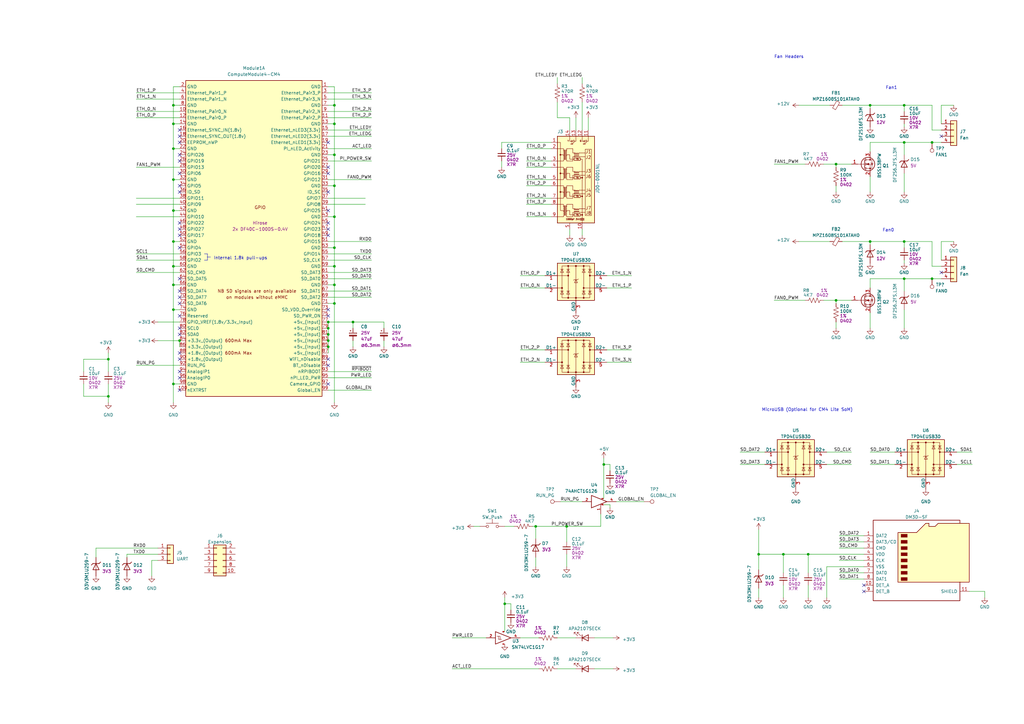
<source format=kicad_sch>
(kicad_sch (version 20210406) (generator eeschema)
  (paper "A3")
  (title_block (title "Pintry X2") (rev "${RevNum}") (company "www.cezarchirila.com") (comment 1 "2-bay NAS based on RPi CM4") (comment 9 "${DrawnBy}"))
  (lib_symbols
    (symbol "74xGxx:74AHCT1G126_1" (pin_names (offset 1.016) hide)
      (property "Reference" "U?" (at -14.605 7.62 0))
      (property "Value" "74AHCT1G126" (at -9.525 5.08 0))
      (symbol "74AHCT1G126_1_1_1"
        (pin input line (at 0 5.08 270) (length 3.937) (name "~") (number "1"))
        (pin input line (at -7.62 0 0) (length 3.81) (name "~") (number "2"))
        (pin power_in line (at 1.27 1.27 90) (length 0) (name "GND") (number "3"))
        (pin tri_state line (at 6.35 0 180) (length 3.81) (name "~") (number "4"))
        (pin power_in line (at 1.27 -1.27 270) (length 0) (name "VCC") (number "5"))
      )
    )
    (symbol "Connector:Micro_SD_Card_Det" (pin_names (offset 1.016))
      (property "Reference" "J" (at -16.51 17.78 0))
      (property "Value" "Micro_SD_Card_Det" (at 16.51 17.78 0))
      (symbol "Micro_SD_Card_Det_1_1"
        (pin bidirectional line (at -22.86 10.16 0) (length 3.81) (name "DAT2") (number "1"))
        (pin passive line (at -22.86 -10.16 0) (length 3.81) (name "DET_A") (number "10"))
        (pin passive line (at 20.32 -12.7 180) (length 3.81) (name "SHIELD") (number "11"))
        (pin bidirectional line (at -22.86 7.62 0) (length 3.81) (name "DAT3/CD") (number "2"))
        (pin input line (at -22.86 5.08 0) (length 3.81) (name "CMD") (number "3"))
        (pin power_in line (at -22.86 2.54 0) (length 3.81) (name "VDD") (number "4"))
        (pin input line (at -22.86 0 0) (length 3.81) (name "CLK") (number "5"))
        (pin power_in line (at -22.86 -2.54 0) (length 3.81) (name "VSS") (number "6"))
        (pin bidirectional line (at -22.86 -5.08 0) (length 3.81) (name "DAT0") (number "7"))
        (pin bidirectional line (at -22.86 -7.62 0) (length 3.81) (name "DAT1") (number "8"))
        (pin passive line (at -22.86 -12.7 0) (length 3.81) (name "DET_B") (number "9"))
      )
    )
    (symbol "Connector:TestPoint" (pin_numbers hide) (pin_names (offset 0.762) hide)
      (property "Reference" "TP" (at 0 6.858 0))
      (property "Value" "TestPoint" (at 0 5.08 0))
      (symbol "TestPoint_1_1"
        (pin passive line (at 0 0 90) (length 2.54) (name "1") (number "1"))
      )
    )
    (symbol "Connector_Generic:Conn_01x03" (pin_names (offset 1.016) hide)
      (property "Reference" "J" (at 0 5.08 0))
      (property "Value" "Conn_01x03" (at 0 -5.08 0))
      (symbol "Conn_01x03_1_1"
        (pin passive line (at -5.08 2.54 0) (length 3.81) (name "Pin_1") (number "1"))
        (pin passive line (at -5.08 0 0) (length 3.81) (name "Pin_2") (number "2"))
        (pin passive line (at -5.08 -2.54 0) (length 3.81) (name "Pin_3") (number "3"))
      )
    )
    (symbol "Connector_Generic:Conn_01x04" (pin_names (offset 1.016) hide)
      (property "Reference" "J" (at 0 5.08 0))
      (property "Value" "Conn_01x04" (at 0 -7.62 0))
      (symbol "Conn_01x04_1_1"
        (pin passive line (at -5.08 2.54 0) (length 3.81) (name "Pin_1") (number "1"))
        (pin passive line (at -5.08 0 0) (length 3.81) (name "Pin_2") (number "2"))
        (pin passive line (at -5.08 -2.54 0) (length 3.81) (name "Pin_3") (number "3"))
        (pin passive line (at -5.08 -5.08 0) (length 3.81) (name "Pin_4") (number "4"))
      )
    )
    (symbol "Connector_Generic:Conn_02x05_Odd_Even" (pin_names (offset 1.016) hide)
      (property "Reference" "J" (at 1.27 7.62 0))
      (property "Value" "Conn_02x05_Odd_Even" (at 1.27 -7.62 0))
      (symbol "Conn_02x05_Odd_Even_1_1"
        (pin passive line (at -5.08 5.08 0) (length 3.81) (name "Pin_1") (number "1"))
        (pin passive line (at 7.62 -5.08 180) (length 3.81) (name "Pin_10") (number "10"))
        (pin passive line (at 7.62 5.08 180) (length 3.81) (name "Pin_2") (number "2"))
        (pin passive line (at -5.08 2.54 0) (length 3.81) (name "Pin_3") (number "3"))
        (pin passive line (at 7.62 2.54 180) (length 3.81) (name "Pin_4") (number "4"))
        (pin passive line (at -5.08 0 0) (length 3.81) (name "Pin_5") (number "5"))
        (pin passive line (at 7.62 0 180) (length 3.81) (name "Pin_6") (number "6"))
        (pin passive line (at -5.08 -2.54 0) (length 3.81) (name "Pin_7") (number "7"))
        (pin passive line (at 7.62 -2.54 180) (length 3.81) (name "Pin_8") (number "8"))
        (pin passive line (at -5.08 -5.08 0) (length 3.81) (name "Pin_9") (number "9"))
      )
    )
    (symbol "Device:C_Small" (pin_numbers hide) (pin_names (offset 0.254) hide)
      (property "Reference" "C" (at 0.254 1.778 0))
      (property "Value" "C_Small" (at 0.254 -2.032 0))
      (symbol "C_Small_1_1"
        (pin passive line (at 0 2.54 270) (length 2.032) (name "~") (number "1"))
        (pin passive line (at 0 -2.54 90) (length 2.032) (name "~") (number "2"))
      )
    )
    (symbol "Device:R_US" (pin_numbers hide) (pin_names (offset 0))
      (property "Reference" "R" (at 2.54 0 90))
      (property "Value" "R_US" (at -2.54 0 90))
      (symbol "R_US_1_1"
        (pin passive line (at 0 3.81 270) (length 1.27) (name "~") (number "1"))
        (pin passive line (at 0 -3.81 90) (length 1.27) (name "~") (number "2"))
      )
    )
    (symbol "PintryParts-Symbols:865080443007" (pin_numbers hide) (pin_names (offset 0.254) hide)
      (property "Reference" "C?" (at 2.54 2.54 0))
      (property "Voltage" "25V" (at 2.54 -1.27 0))
      (property "Capacitance" "47uF" (at 2.54 0.635 0))
      (property "Diameter" "⌀6.3mm" (at 6.35 -3.175 0))
      (symbol "865080443007_1_1"
        (pin passive line (at 0 2.54 270) (length 1.8542) (name "~") (number "1"))
        (pin passive line (at 0 -2.54 90) (length 1.8542) (name "~") (number "2"))
      )
    )
    (symbol "PintryParts-Symbols:APA2107SECK" (pin_numbers hide) (pin_names (offset 1.016) hide)
      (property "Reference" "D?" (at 0.1905 6.35 0))
      (property "Value" "APA2107SECK" (at 0.1905 3.81 0))
      (symbol "APA2107SECK_1_1"
        (pin passive line (at -3.81 0 0) (length 2.54) (name "K") (number "1"))
        (pin passive line (at 3.81 0 180) (length 2.54) (name "A") (number "2"))
      )
    )
    (symbol "PintryParts-Symbols:APA2107SECK_1" (pin_numbers hide) (pin_names (offset 1.016) hide)
      (property "Reference" "D?" (at 0.1905 6.35 0))
      (property "Value" "APA2107SECK" (at 0.1905 3.81 0))
      (symbol "APA2107SECK_1_1_1"
        (pin passive line (at -3.81 0 0) (length 2.54) (name "K") (number "1"))
        (pin passive line (at 3.81 0 180) (length 2.54) (name "A") (number "2"))
      )
    )
    (symbol "PintryParts-Symbols:BSS138PW" (pin_names (offset 0) hide)
      (property "Reference" "Q?" (at 6.35 0.6351 0))
      (property "Value" "BSS138PW" (at 6.35 -1.9049 0))
      (symbol "BSS138PW_1_1"
        (pin input line (at -5.08 0 0) (length 2.54) (name "G") (number "1"))
        (pin passive line (at 2.54 -5.08 90) (length 2.54) (name "S") (number "2"))
        (pin passive line (at 2.54 5.08 270) (length 2.54) (name "D") (number "3"))
      )
    )
    (symbol "PintryParts-Symbols:ComputeModule4-CM4"
      (property "Reference" "Module" (at 113.03 -68.58 0))
      (property "Value" "ComputeModule4-CM4" (at 140.97 2.54 0))
      (property "Field4" "Hirose" (at 0 0 0))
      (property "Field5" "2x DF40C-100DS-0.4V" (at 0 -2.54 0))
      (symbol "ComputeModule4-CM4_1_0"
        (text "GPIO" (at 0 6.35 0) (effects (font (size 1.27 1.27))))
      )
      (symbol "ComputeModule4-CM4_1_1"
        (text "600mA Max" (at -8.89 -53.34 0) (effects (font (size 1.27 1.27))))
        (text "600mA Max" (at -8.89 -48.26 0) (effects (font (size 1.27 1.27))))
        (text "NB SD signals are only available" (at -1.27 -27.94 0) (effects (font (size 1.27 1.27))))
        (text "on modules without eMMC" (at -1.27 -30.48 0) (effects (font (size 1.27 1.27))))
        (pin power_in line (at 27.94 55.88 180) (length 2.54) (name "GND") (number "1"))
        (pin passive line (at -33.02 45.72 0) (length 2.54) (name "Ethernet_Pair0_N") (number "10"))
        (pin output line (at -33.02 -68.58 0) (length 2.54) (name "nEXTRST") (number "100"))
        (pin passive line (at 27.94 43.18 180) (length 2.54) (name "Ethernet_Pair2_P") (number "11"))
        (pin passive line (at -33.02 43.18 0) (length 2.54) (name "Ethernet_Pair0_P") (number "12"))
        (pin power_in line (at 27.94 40.64 180) (length 2.54) (name "GND") (number "13"))
        (pin power_in line (at -33.02 40.64 0) (length 2.54) (name "GND") (number "14"))
        (pin output line (at 27.94 38.1 180) (length 2.54) (name "Ethernet_nLED3(3.3v)") (number "15"))
        (pin input line (at -33.02 38.1 0) (length 2.54) (name "Ethernet_SYNC_IN(1.8v)") (number "16"))
        (pin output line (at 27.94 35.56 180) (length 2.54) (name "Ethernet_nLED2(3.3v)") (number "17"))
        (pin input line (at -33.02 35.56 0) (length 2.54) (name "Ethernet_SYNC_OUT(1.8v)") (number "18"))
        (pin output line (at 27.94 33.02 180) (length 2.54) (name "Ethernet_nLED1(3.3v)") (number "19"))
        (pin power_in line (at -33.02 55.88 0) (length 2.54) (name "GND") (number "2"))
        (pin passive line (at -33.02 33.02 0) (length 2.54) (name "EEPROM_nWP") (number "20"))
        (pin open_collector line (at 27.94 30.48 180) (length 2.54) (name "PI_nLED_Activity") (number "21"))
        (pin power_in line (at -33.02 30.48 0) (length 2.54) (name "GND") (number "22"))
        (pin power_in line (at 27.94 27.94 180) (length 2.54) (name "GND") (number "23"))
        (pin passive line (at -33.02 27.94 0) (length 2.54) (name "GPIO26") (number "24"))
        (pin passive line (at 27.94 25.4 180) (length 2.54) (name "GPIO21") (number "25"))
        (pin passive line (at -33.02 25.4 0) (length 2.54) (name "GPIO19") (number "26"))
        (pin passive line (at 27.94 22.86 180) (length 2.54) (name "GPIO20") (number "27"))
        (pin passive line (at -33.02 22.86 0) (length 2.54) (name "GPIO13") (number "28"))
        (pin passive line (at 27.94 20.32 180) (length 2.54) (name "GPIO16") (number "29"))
        (pin passive line (at 27.94 53.34 180) (length 2.54) (name "Ethernet_Pair3_P") (number "3"))
        (pin passive line (at -33.02 20.32 0) (length 2.54) (name "GPIO6") (number "30"))
        (pin passive line (at 27.94 17.78 180) (length 2.54) (name "GPIO12") (number "31"))
        (pin power_in line (at -33.02 17.78 0) (length 2.54) (name "GND") (number "32"))
        (pin power_in line (at 27.94 15.24 180) (length 2.54) (name "GND") (number "33"))
        (pin passive line (at -33.02 15.24 0) (length 2.54) (name "GPIO5") (number "34"))
        (pin passive line (at 27.94 12.7 180) (length 2.54) (name "ID_SC") (number "35"))
        (pin passive line (at -33.02 12.7 0) (length 2.54) (name "ID_SD") (number "36"))
        (pin passive line (at 27.94 10.16 180) (length 2.54) (name "GPIO7") (number "37"))
        (pin passive line (at -33.02 10.16 0) (length 2.54) (name "GPIO11") (number "38"))
        (pin passive line (at 27.94 7.62 180) (length 2.54) (name "GPIO8") (number "39"))
        (pin passive line (at -33.02 53.34 0) (length 2.54) (name "Ethernet_Pair1_P") (number "4"))
        (pin passive line (at -33.02 7.62 0) (length 2.54) (name "GPIO9") (number "40"))
        (pin passive line (at 27.94 5.08 180) (length 2.54) (name "GPIO25") (number "41"))
        (pin power_in line (at -33.02 5.08 0) (length 2.54) (name "GND") (number "42"))
        (pin power_in line (at 27.94 2.54 180) (length 2.54) (name "GND") (number "43"))
        (pin passive line (at -33.02 2.54 0) (length 2.54) (name "GPIO10") (number "44"))
        (pin passive line (at 27.94 0 180) (length 2.54) (name "GPIO24") (number "45"))
        (pin passive line (at -33.02 0 0) (length 2.54) (name "GPIO22") (number "46"))
        (pin passive line (at 27.94 -2.54 180) (length 2.54) (name "GPIO23") (number "47"))
        (pin passive line (at -33.02 -2.54 0) (length 2.54) (name "GPIO27") (number "48"))
        (pin passive line (at 27.94 -5.08 180) (length 2.54) (name "GPIO18") (number "49"))
        (pin passive line (at 27.94 50.8 180) (length 2.54) (name "Ethernet_Pair3_N") (number "5"))
        (pin passive line (at -33.02 -5.08 0) (length 2.54) (name "GPIO17") (number "50"))
        (pin passive line (at 27.94 -7.62 180) (length 2.54) (name "GPIO15") (number "51"))
        (pin power_in line (at -33.02 -7.62 0) (length 2.54) (name "GND") (number "52"))
        (pin power_in line (at 27.94 -10.16 180) (length 2.54) (name "GND") (number "53"))
        (pin passive line (at -33.02 -10.16 0) (length 2.54) (name "GPIO4") (number "54"))
        (pin passive line (at 27.94 -12.7 180) (length 2.54) (name "GPIO14") (number "55"))
        (pin passive line (at -33.02 -12.7 0) (length 2.54) (name "GPIO3") (number "56"))
        (pin passive line (at 27.94 -15.24 180) (length 2.54) (name "SD_CLK") (number "57"))
        (pin passive line (at -33.02 -15.24 0) (length 2.54) (name "GPIO2") (number "58"))
        (pin power_in line (at 27.94 -17.78 180) (length 2.54) (name "GND") (number "59"))
        (pin passive line (at -33.02 50.8 0) (length 2.54) (name "Ethernet_Pair1_N") (number "6"))
        (pin power_in line (at -33.02 -17.78 0) (length 2.54) (name "GND") (number "60"))
        (pin passive line (at 27.94 -20.32 180) (length 2.54) (name "SD_DAT3") (number "61"))
        (pin passive line (at -33.02 -20.32 0) (length 2.54) (name "SD_CMD") (number "62"))
        (pin passive line (at 27.94 -22.86 180) (length 2.54) (name "SD_DAT0") (number "63"))
        (pin passive line (at -33.02 -22.86 0) (length 2.54) (name "SD_DAT5") (number "64"))
        (pin power_in line (at 27.94 -25.4 180) (length 2.54) (name "GND") (number "65"))
        (pin power_in line (at -33.02 -25.4 0) (length 2.54) (name "GND") (number "66"))
        (pin passive line (at 27.94 -27.94 180) (length 2.54) (name "SD_DAT1") (number "67"))
        (pin passive line (at -33.02 -27.94 0) (length 2.54) (name "SD_DAT4") (number "68"))
        (pin passive line (at 27.94 -30.48 180) (length 2.54) (name "SD_DAT2") (number "69"))
        (pin power_in line (at 27.94 48.26 180) (length 2.54) (name "GND") (number "7"))
        (pin passive line (at -33.02 -30.48 0) (length 2.54) (name "SD_DAT7") (number "70"))
        (pin power_in line (at 27.94 -33.02 180) (length 2.54) (name "GND") (number "71"))
        (pin passive line (at -33.02 -33.02 0) (length 2.54) (name "SD_DAT6") (number "72"))
        (pin input line (at 27.94 -35.56 180) (length 2.54) (name "SD_VDD_Override") (number "73"))
        (pin power_in line (at -33.02 -35.56 0) (length 2.54) (name "GND") (number "74"))
        (pin output line (at 27.94 -38.1 180) (length 2.54) (name "SD_PWR_ON") (number "75"))
        (pin passive line (at -33.02 -38.1 0) (length 2.54) (name "Reserved") (number "76"))
        (pin power_in line (at 27.94 -40.64 180) (length 2.54) (name "+5v_(Input)") (number "77"))
        (pin power_in line (at -33.02 -40.64 0) (length 2.54) (name "GPIO_VREF(1.8v/3.3v_Input)") (number "78"))
        (pin power_in line (at 27.94 -43.18 180) (length 2.54) (name "+5v_(Input)") (number "79"))
        (pin power_in line (at -33.02 48.26 0) (length 2.54) (name "GND") (number "8"))
        (pin passive line (at -33.02 -43.18 0) (length 2.54) (name "SCL0") (number "80"))
        (pin power_in line (at 27.94 -45.72 180) (length 2.54) (name "+5v_(Input)") (number "81"))
        (pin passive line (at -33.02 -45.72 0) (length 2.54) (name "SDA0") (number "82"))
        (pin power_in line (at 27.94 -48.26 180) (length 2.54) (name "+5v_(Input)") (number "83"))
        (pin power_out line (at -33.02 -48.26 0) (length 2.54) (name "+3.3v_(Output)") (number "84"))
        (pin power_in line (at 27.94 -50.8 180) (length 2.54) (name "+5v_(Input)") (number "85"))
        (pin power_out line (at -33.02 -50.8 0) (length 2.54) (name "+3.3v_(Output)") (number "86"))
        (pin power_in line (at 27.94 -53.34 180) (length 2.54) (name "+5v_(Input)") (number "87"))
        (pin power_out line (at -33.02 -53.34 0) (length 2.54) (name "+1.8v_(Output)") (number "88"))
        (pin power_in line (at 27.94 -55.88 180) (length 2.54) (name "WiFi_nDisable") (number "89"))
        (pin passive line (at 27.94 45.72 180) (length 2.54) (name "Ethernet_Pair2_N") (number "9"))
        (pin power_out line (at -33.02 -55.88 0) (length 2.54) (name "+1.8v_(Output)") (number "90"))
        (pin power_in line (at 27.94 -58.42 180) (length 2.54) (name "BT_nDisable") (number "91"))
        (pin passive line (at -33.02 -58.42 0) (length 2.54) (name "RUN_PG") (number "92"))
        (pin input line (at 27.94 -60.96 180) (length 2.54) (name "nRPIBOOT") (number "93"))
        (pin passive line (at -33.02 -60.96 0) (length 2.54) (name "AnalogIP1") (number "94"))
        (pin output line (at 27.94 -63.5 180) (length 2.54) (name "nPI_LED_PWR") (number "95"))
        (pin passive line (at -33.02 -63.5 0) (length 2.54) (name "AnalogIP0") (number "96"))
        (pin passive line (at 27.94 -66.04 180) (length 2.54) (name "Camera_GPIO") (number "97"))
        (pin power_in line (at -33.02 -66.04 0) (length 2.54) (name "GND") (number "98"))
        (pin input line (at 27.94 -68.58 180) (length 2.54) (name "Global_EN") (number "99"))
      )
      (symbol "ComputeModule4-CM4_2_1"
        (text "High Speed Serial" (at 140.97 0 0) (effects (font (size 1.27 1.27))))
        (pin input line (at 170.18 60.96 180) (length 5.08) (name "USB_OTG_ID") (number "101"))
        (pin input line (at 109.22 60.96 0) (length 5.08) (name "PCIe_CLK_nREQ") (number "102"))
        (pin passive line (at 170.18 58.42 180) (length 5.08) (name "USB2_N") (number "103"))
        (pin passive line (at 109.22 58.42 0) (length 5.08) (name "Reserved") (number "104"))
        (pin passive line (at 170.18 55.88 180) (length 5.08) (name "USB2_P") (number "105"))
        (pin passive line (at 109.22 55.88 0) (length 5.08) (name "Reserved") (number "106"))
        (pin power_in line (at 170.18 53.34 180) (length 5.08) (name "GND") (number "107"))
        (pin power_in line (at 109.22 53.34 0) (length 5.08) (name "GND") (number "108"))
        (pin bidirectional line (at 170.18 50.8 180) (length 5.08) (name "PCIe_nRST") (number "109"))
        (pin output line (at 109.22 50.8 0) (length 5.08) (name "PCIe_CLK_P") (number "110"))
        (pin passive line (at 170.18 48.26 180) (length 5.08) (name "VDAC_COMP") (number "111"))
        (pin output line (at 109.22 48.26 0) (length 5.08) (name "PCIe_CLK_N") (number "112"))
        (pin power_in line (at 170.18 45.72 180) (length 5.08) (name "GND") (number "113"))
        (pin power_in line (at 109.22 45.72 0) (length 5.08) (name "GND") (number "114"))
        (pin input line (at 170.18 43.18 180) (length 5.08) (name "CAM1_D0_N") (number "115"))
        (pin input line (at 109.22 43.18 0) (length 5.08) (name "PCIe_RX_P") (number "116"))
        (pin input line (at 170.18 40.64 180) (length 5.08) (name "CAM1_D0_P") (number "117"))
        (pin input line (at 109.22 40.64 0) (length 5.08) (name "PCIe_RX_N") (number "118"))
        (pin power_in line (at 170.18 38.1 180) (length 5.08) (name "GND") (number "119"))
        (pin power_in line (at 109.22 38.1 0) (length 5.08) (name "GND") (number "120"))
        (pin input line (at 170.18 35.56 180) (length 5.08) (name "CAM1_D1_N") (number "121"))
        (pin output line (at 109.22 35.56 0) (length 5.08) (name "PCIe_TX_P") (number "122"))
        (pin input line (at 170.18 33.02 180) (length 5.08) (name "CAM1_D1_P") (number "123"))
        (pin output line (at 109.22 33.02 0) (length 5.08) (name "PCIe_TX_N") (number "124"))
        (pin power_in line (at 170.18 30.48 180) (length 5.08) (name "GND") (number "125"))
        (pin power_in line (at 109.22 30.48 0) (length 5.08) (name "GND") (number "126"))
        (pin input line (at 170.18 27.94 180) (length 5.08) (name "CAM1_C_N") (number "127"))
        (pin input line (at 109.22 27.94 0) (length 5.08) (name "CAM0_D0_N") (number "128"))
        (pin input line (at 170.18 25.4 180) (length 5.08) (name "CAM1_C_P") (number "129"))
        (pin input line (at 109.22 25.4 0) (length 5.08) (name "CAM0_D0_P") (number "130"))
        (pin power_in line (at 170.18 22.86 180) (length 5.08) (name "GND") (number "131"))
        (pin power_in line (at 109.22 22.86 0) (length 5.08) (name "GND") (number "132"))
        (pin input line (at 170.18 20.32 180) (length 5.08) (name "CAM1_D2_N") (number "133"))
        (pin input line (at 109.22 20.32 0) (length 5.08) (name "CAM0_D1_N") (number "134"))
        (pin input line (at 170.18 17.78 180) (length 5.08) (name "CAM1_D2_P") (number "135"))
        (pin input line (at 109.22 17.78 0) (length 5.08) (name "CAM0_D1_P") (number "136"))
        (pin power_in line (at 170.18 15.24 180) (length 5.08) (name "GND") (number "137"))
        (pin power_in line (at 109.22 15.24 0) (length 5.08) (name "GND") (number "138"))
        (pin input line (at 170.18 12.7 180) (length 5.08) (name "CAM1_D3_N") (number "139"))
        (pin input line (at 109.22 12.7 0) (length 5.08) (name "CAM0_C_N") (number "140"))
        (pin input line (at 170.18 10.16 180) (length 5.08) (name "CAM1_D3_P") (number "141"))
        (pin input line (at 109.22 10.16 0) (length 5.08) (name "CAM0_C_P") (number "142"))
        (pin input line (at 170.18 7.62 180) (length 5.08) (name "HDMI1_HOTPLUG") (number "143"))
        (pin power_in line (at 109.22 7.62 0) (length 5.08) (name "GND") (number "144"))
        (pin bidirectional line (at 170.18 5.08 180) (length 5.08) (name "HDMI1_SDA") (number "145"))
        (pin output line (at 109.22 5.08 0) (length 5.08) (name "HDMI1_TX2_P") (number "146"))
        (pin open_collector line (at 170.18 2.54 180) (length 5.08) (name "HDMI1_SCL") (number "147"))
        (pin output line (at 109.22 2.54 0) (length 5.08) (name "HDMI1_TX2_N") (number "148"))
        (pin open_collector line (at 170.18 0 180) (length 5.08) (name "HDMI1_CEC") (number "149"))
        (pin power_in line (at 109.22 0 0) (length 5.08) (name "GND") (number "150"))
        (pin open_collector line (at 170.18 -2.54 180) (length 5.08) (name "HDMI0_CEC") (number "151"))
        (pin output line (at 109.22 -2.54 0) (length 5.08) (name "HDMI1_TX1_P") (number "152"))
        (pin input line (at 170.18 -5.08 180) (length 5.08) (name "HDMI0_HOTPLUG") (number "153"))
        (pin output line (at 109.22 -5.08 0) (length 5.08) (name "HDMI1_TX1_N") (number "154"))
        (pin power_in line (at 170.18 -7.62 180) (length 5.08) (name "GND") (number "155"))
        (pin power_in line (at 109.22 -7.62 0) (length 5.08) (name "GND") (number "156"))
        (pin output line (at 170.18 -10.16 180) (length 5.08) (name "DSI0_D0_N") (number "157"))
        (pin output line (at 109.22 -10.16 0) (length 5.08) (name "HDMI1_TX0_P") (number "158"))
        (pin output line (at 170.18 -12.7 180) (length 5.08) (name "DSI0_D0_P") (number "159"))
        (pin output line (at 109.22 -12.7 0) (length 5.08) (name "HDMI1_TX0_N") (number "160"))
        (pin power_in line (at 170.18 -15.24 180) (length 5.08) (name "GND") (number "161"))
        (pin power_in line (at 109.22 -15.24 0) (length 5.08) (name "GND") (number "162"))
        (pin output line (at 170.18 -17.78 180) (length 5.08) (name "DSI0_D1_N") (number "163"))
        (pin output line (at 109.22 -17.78 0) (length 5.08) (name "HDMI1_CLK_P") (number "164"))
        (pin output line (at 170.18 -20.32 180) (length 5.08) (name "DSI0_D1_P") (number "165"))
        (pin output line (at 109.22 -20.32 0) (length 5.08) (name "HDMI1_CLK_N") (number "166"))
        (pin power_in line (at 170.18 -22.86 180) (length 5.08) (name "GND") (number "167"))
        (pin power_in line (at 109.22 -22.86 0) (length 5.08) (name "GND") (number "168"))
        (pin output line (at 170.18 -25.4 180) (length 5.08) (name "DSI0_C_N") (number "169"))
        (pin output line (at 109.22 -25.4 0) (length 5.08) (name "HDMI0_TX2_P") (number "170"))
        (pin output line (at 170.18 -27.94 180) (length 5.08) (name "DSI0_C_P") (number "171"))
        (pin output line (at 109.22 -27.94 0) (length 5.08) (name "HDMI0_TX2_N") (number "172"))
        (pin power_in line (at 170.18 -30.48 180) (length 5.08) (name "GND") (number "173"))
        (pin power_in line (at 109.22 -30.48 0) (length 5.08) (name "GND") (number "174"))
        (pin output line (at 170.18 -33.02 180) (length 5.08) (name "DSI1_D0_N") (number "175"))
        (pin output line (at 109.22 -33.02 0) (length 5.08) (name "HDMI0_TX1_P") (number "176"))
        (pin output line (at 170.18 -35.56 180) (length 5.08) (name "DSI1_D0_P") (number "177"))
        (pin output line (at 109.22 -35.56 0) (length 5.08) (name "HDMI0_TX1_N") (number "178"))
        (pin power_in line (at 170.18 -38.1 180) (length 5.08) (name "GND") (number "179"))
        (pin power_in line (at 109.22 -38.1 0) (length 5.08) (name "GND") (number "180"))
        (pin output line (at 170.18 -40.64 180) (length 5.08) (name "DSI1_D1_N") (number "181"))
        (pin output line (at 109.22 -40.64 0) (length 5.08) (name "HDMI0_TX0_P") (number "182"))
        (pin output line (at 170.18 -43.18 180) (length 5.08) (name "DSI1_D1_P") (number "183"))
        (pin output line (at 109.22 -43.18 0) (length 5.08) (name "HDMI0_TX0_N") (number "184"))
        (pin power_in line (at 170.18 -45.72 180) (length 5.08) (name "GND") (number "185"))
        (pin power_in line (at 109.22 -45.72 0) (length 5.08) (name "GND") (number "186"))
        (pin output line (at 170.18 -48.26 180) (length 5.08) (name "DSI1_C_N") (number "187"))
        (pin output line (at 109.22 -48.26 0) (length 5.08) (name "HDMI0_CLK_P") (number "188"))
        (pin output line (at 170.18 -50.8 180) (length 5.08) (name "DSI1_C_P") (number "189"))
        (pin output line (at 109.22 -50.8 0) (length 5.08) (name "HDMI0_CLK_N") (number "190"))
        (pin power_in line (at 170.18 -53.34 180) (length 5.08) (name "GND") (number "191"))
        (pin power_in line (at 109.22 -53.34 0) (length 5.08) (name "GND") (number "192"))
        (pin output line (at 170.18 -55.88 180) (length 5.08) (name "DSI1_D2_N") (number "193"))
        (pin output line (at 109.22 -55.88 0) (length 5.08) (name "DSI1_D3_N") (number "194"))
        (pin output line (at 170.18 -58.42 180) (length 5.08) (name "DSI1_D2_P") (number "195"))
        (pin output line (at 109.22 -58.42 0) (length 5.08) (name "DSI1_D3_P") (number "196"))
        (pin power_in line (at 170.18 -60.96 180) (length 5.08) (name "GND") (number "197"))
        (pin power_in line (at 109.22 -60.96 0) (length 5.08) (name "GND") (number "198"))
        (pin bidirectional line (at 170.18 -63.5 180) (length 5.08) (name "HDMI0_SDA") (number "199"))
        (pin open_collector line (at 109.22 -63.5 0) (length 5.08) (name "HDMI0_SCL") (number "200"))
      )
    )
    (symbol "PintryParts-Symbols:D3V3M1U259-7" (pin_numbers hide) (pin_names (offset 1.016) hide)
      (property "Reference" "D?" (at 3.81 0.6351 90))
      (property "Value" "D3V3M1U259-7" (at 3.81 -3.1749 90))
      (property "VRWM" "3V3" (at 3.81 -1.27 90))
      (symbol "D3V3M1U259-7_1_1"
        (pin passive line (at -3.81 0 0) (length 2.54) (name "K") (number "1"))
        (pin passive line (at 3.81 0 180) (length 2.54) (name "A") (number "2"))
      )
    )
    (symbol "PintryParts-Symbols:DF2S16FS,L3M" (pin_numbers hide) (pin_names (offset 1.016) hide)
      (property "Reference" "D?" (at 3.81 0.6351 90))
      (property "Value" "DF2S16FS,L3M" (at 3.81 -3.1749 90))
      (property "VRWM" "12V" (at 3.81 -1.27 90))
      (symbol "DF2S16FS,L3M_1_1"
        (pin passive line (at -3.81 0 0) (length 2.54) (name "K") (number "1"))
        (pin passive line (at 3.81 0 180) (length 2.54) (name "A") (number "2"))
      )
    )
    (symbol "PintryParts-Symbols:DF2S6.2FS,L3M" (pin_numbers hide) (pin_names (offset 1.016) hide)
      (property "Reference" "D?" (at 3.81 0.6351 90))
      (property "Value" "DF2S6.2FS,L3M" (at 3.81 -3.1749 90))
      (property "VRWM" "5V" (at 3.81 -1.27 90))
      (symbol "DF2S6.2FS,L3M_1_1"
        (pin passive line (at -3.81 0 0) (length 2.54) (name "K") (number "1"))
        (pin passive line (at 3.81 0 180) (length 2.54) (name "A") (number "2"))
      )
    )
    (symbol "PintryParts-Symbols:JD0-0001NL" (pin_names (offset 0.0254) hide)
      (property "Reference" "J" (at -2.54 25.4 0))
      (property "Value" "JD0-0001NL" (at 10.16 0 90))
      (symbol "JD0-0001NL_0_0"
        (text "1000pF 2kV" (at -1.27 -16.256 0) (effects (font (size 0.635 0.635))))
        (text "75" (at 0.508 -14.478 0) (effects (font (size 0.635 0.635))))
        (text "75" (at 0.508 -6.858 0) (effects (font (size 0.635 0.635))))
        (text "75" (at 0.508 0.762 0) (effects (font (size 0.635 0.635))))
        (text "75" (at 0.508 8.382 0) (effects (font (size 0.635 0.635))))
        (text "G" (at 1.905 15.875 0) (effects (font (size 0.635 0.635))))
        (text "J1" (at 5.08 11.43 0) (effects (font (size 1.27 1.27))))
        (text "J2" (at 5.08 9.144 0) (effects (font (size 1.27 1.27))))
        (text "J3" (at 5.08 3.556 0) (effects (font (size 1.27 1.27))))
        (text "J4" (at 5.08 -4.445 0) (effects (font (size 1.27 1.27))))
        (text "J5" (at 5.08 -6.35 0) (effects (font (size 1.27 1.27))))
        (text "J6" (at 5.08 1.27 0) (effects (font (size 1.27 1.27))))
        (text "J7" (at 5.08 -11.684 0) (effects (font (size 1.27 1.27))))
        (text "J8" (at 5.08 -13.716 0) (effects (font (size 1.27 1.27))))
        (text "Y" (at -3.175 15.875 0) (effects (font (size 0.635 0.635))))
      )
      (symbol "JD0-0001NL_0_1"
        (pin passive line (at -2.54 -20.32 90) (length 2.54) (name "~") (number "S"))
      )
      (symbol "JD0-0001NL_1_1"
        (pin passive line (at -10.16 15.24 0) (length 2.54) (name "~") (number "1"))
        (pin passive line (at 2.54 -20.32 90) (length 2.54) (name "~") (number "10"))
        (pin passive line (at 5.08 20.32 270) (length 2.54) (name "~") (number "11"))
        (pin passive line (at 2.54 20.32 270) (length 2.54) (name "~") (number "12"))
        (pin passive line (at 0 20.32 270) (length 2.54) (name "~") (number "13"))
        (pin passive line (at -2.54 20.32 270) (length 2.54) (name "~") (number "14"))
        (pin passive line (at -10.16 12.7 0) (length 2.54) (name "~") (number "2"))
        (pin passive line (at -10.16 7.62 0) (length 2.54) (name "~") (number "3"))
        (pin passive line (at -10.16 5.08 0) (length 2.54) (name "~") (number "4"))
        (pin passive line (at -10.16 0 0) (length 2.54) (name "~") (number "5"))
        (pin passive line (at -10.16 -2.54 0) (length 2.54) (name "~") (number "6"))
        (pin passive line (at -10.16 -7.62 0) (length 2.54) (name "~") (number "7"))
        (pin passive line (at -10.16 -10.16 0) (length 2.54) (name "~") (number "8"))
        (pin passive line (at -10.16 -15.24 0) (length 2.54) (name "~") (number "9"))
      )
    )
    (symbol "PintryParts-Symbols:MPZ1608S101ATAH0" (pin_numbers hide) (pin_names (offset 0))
      (property "Reference" "FB?" (at -5.08 0 90))
      (property "Value" "MPZ1608S101ATAH0" (at -3.175 0.635 90))
      (symbol "MPZ1608S101ATAH0_1_1"
        (pin passive line (at 0 2.54 270) (length 1.27) (name "~") (number "1"))
        (pin passive line (at 0 -2.54 90) (length 1.27) (name "~") (number "2"))
      )
    )
    (symbol "PintryParts-Symbols:SN74LVC1G17" (pin_names (offset 1.016) hide)
      (property "Reference" "U?" (at -0.635 6.35 0))
      (property "Value" "SN74LVC1G17" (at -0.635 3.81 0))
      (symbol "SN74LVC1G17_1_1"
        (pin input line (at -7.62 0 0) (length 3.81) (name "~") (number "2"))
        (pin power_in line (at 0 -2.54 270) (length 0) (name "GND") (number "3"))
        (pin output line (at 6.35 0 180) (length 3.81) (name "~") (number "4"))
        (pin power_in line (at 0 2.54 90) (length 0) (name "VCC") (number "5"))
      )
    )
    (symbol "PintryParts-Symbols:TPD4EUSB30" (pin_names (offset 0))
      (property "Reference" "U" (at -0.635 8.89 0))
      (property "Value" "TPD4EUSB30" (at 8.89 -10.16 0))
      (symbol "TPD4EUSB30_1_1"
        (pin passive line (at -12.7 2.54 0) (length 5.08) (name "D1+") (number "1"))
        (pin passive line (at -12.7 2.54 0) (length 5.08) hide (name "~") (number "10"))
        (pin passive line (at -12.7 -2.54 0) (length 5.08) (name "D1-") (number "2"))
        (pin power_in line (at 0 -12.7 90) (length 5.08) (name "GND") (number "3"))
        (pin passive line (at 12.7 2.54 180) (length 5.08) (name "D2+") (number "4"))
        (pin passive line (at 12.7 -2.54 180) (length 5.08) (name "D2-") (number "5"))
        (pin passive line (at 12.7 -2.54 180) (length 5.08) hide (name "~") (number "6"))
        (pin passive line (at 12.7 2.54 180) (length 5.08) hide (name "~") (number "7"))
        (pin passive line (at 0 -12.7 90) (length 5.08) hide (name "GND") (number "8"))
        (pin passive line (at -12.7 -2.54 0) (length 5.08) hide (name "~") (number "9"))
      )
    )
    (symbol "Switch:SW_Push" (pin_numbers hide) (pin_names (offset 1.016) hide)
      (property "Reference" "SW" (at 1.27 2.54 0))
      (property "Value" "SW_Push" (at 0 -1.524 0))
      (symbol "SW_Push_0_1"
        (pin passive line (at -5.08 0 0) (length 2.54) (name "1") (number "1"))
        (pin passive line (at 5.08 0 180) (length 2.54) (name "2") (number "2"))
      )
    )
    (symbol "power:+12V" (power) (pin_names (offset 0))
      (property "Value" "+12V" (at 0 3.556 0))
      (symbol "+12V_1_1"
        (pin power_in line (at 0 0 90) (length 0) hide (name "+12V") (number "1"))
      )
    )
    (symbol "power:+3.3V" (power) (pin_names (offset 0))
      (property "Value" "+3.3V" (at 0 3.556 0))
      (symbol "+3.3V_1_1"
        (pin power_in line (at 0 0 90) (length 0) hide (name "+3V3") (number "1"))
      )
    )
    (symbol "power:+5V" (power) (pin_names (offset 0))
      (property "Value" "+5V" (at 0 3.556 0))
      (symbol "+5V_1_1"
        (pin power_in line (at 0 0 90) (length 0) hide (name "+5V") (number "1"))
      )
    )
    (symbol "power:GND" (power) (pin_names (offset 0))
      (property "Value" "GND" (at 0 -3.81 0))
      (symbol "GND_1_1"
        (pin power_in line (at 0 0 270) (length 0) hide (name "GND") (number "1"))
      )
    )
  )
  (junction (at 44.45 147.32) (diameter 0.9144))
  (junction (at 44.45 162.56) (diameter 0.9144))
  (junction (at 71.12 43.18) (diameter 0.9144))
  (junction (at 71.12 50.8) (diameter 0.9144))
  (junction (at 71.12 60.96) (diameter 0.9144))
  (junction (at 71.12 73.66) (diameter 0.9144))
  (junction (at 71.12 86.36) (diameter 0.9144))
  (junction (at 71.12 99.06) (diameter 0.9144))
  (junction (at 71.12 109.22) (diameter 0.9144))
  (junction (at 71.12 116.84) (diameter 0.9144))
  (junction (at 71.12 127) (diameter 0.9144))
  (junction (at 71.12 157.48) (diameter 0.9144))
  (junction (at 73.66 139.7) (diameter 0.9144))
  (junction (at 134.62 132.08) (diameter 0.9144))
  (junction (at 134.62 134.62) (diameter 0.9144))
  (junction (at 134.62 137.16) (diameter 0.9144))
  (junction (at 134.62 139.7) (diameter 0.9144))
  (junction (at 134.62 142.24) (diameter 0.9144))
  (junction (at 137.16 43.18) (diameter 0.9144))
  (junction (at 137.16 50.8) (diameter 0.9144))
  (junction (at 137.16 63.5) (diameter 0.9144))
  (junction (at 137.16 76.2) (diameter 0.9144))
  (junction (at 137.16 88.9) (diameter 0.9144))
  (junction (at 137.16 101.6) (diameter 0.9144))
  (junction (at 137.16 109.22) (diameter 0.9144))
  (junction (at 137.16 116.84) (diameter 0.9144))
  (junction (at 137.16 124.46) (diameter 0.9144))
  (junction (at 144.78 132.08) (diameter 0.9144))
  (junction (at 207.01 247.65) (diameter 0.9144))
  (junction (at 219.71 215.9) (diameter 0.9144))
  (junction (at 232.41 215.9) (diameter 0.9144))
  (junction (at 247.65 190.5) (diameter 0.9144))
  (junction (at 311.15 227.33) (diameter 0.9144))
  (junction (at 321.31 227.33) (diameter 0.9144))
  (junction (at 331.47 227.33) (diameter 0.9144))
  (junction (at 342.9 67.31) (diameter 0.9144))
  (junction (at 342.9 123.19) (diameter 0.9144))
  (junction (at 356.87 43.18) (diameter 0.9144))
  (junction (at 356.87 99.06) (diameter 0.9144))
  (junction (at 370.84 43.18) (diameter 0.9144))
  (junction (at 370.84 58.42) (diameter 0.9144))
  (junction (at 370.84 99.06) (diameter 0.9144))
  (junction (at 370.84 114.3) (diameter 0.9144))
  (junction (at 382.27 58.42) (diameter 0.9144))
  (junction (at 382.27 114.3) (diameter 0.9144))
  (no_connect (at 73.66 53.34))
  (no_connect (at 73.66 55.88))
  (no_connect (at 73.66 58.42))
  (no_connect (at 73.66 63.5))
  (no_connect (at 73.66 66.04))
  (no_connect (at 73.66 71.12))
  (no_connect (at 73.66 76.2))
  (no_connect (at 73.66 78.74))
  (no_connect (at 73.66 91.44))
  (no_connect (at 73.66 93.98))
  (no_connect (at 73.66 96.52))
  (no_connect (at 73.66 101.6))
  (no_connect (at 73.66 114.3))
  (no_connect (at 73.66 119.38))
  (no_connect (at 73.66 121.92))
  (no_connect (at 73.66 124.46))
  (no_connect (at 73.66 129.54))
  (no_connect (at 73.66 134.62))
  (no_connect (at 73.66 137.16))
  (no_connect (at 73.66 144.78))
  (no_connect (at 73.66 147.32))
  (no_connect (at 73.66 152.4))
  (no_connect (at 73.66 154.94))
  (no_connect (at 73.66 160.02))
  (no_connect (at 134.62 58.42))
  (no_connect (at 134.62 68.58))
  (no_connect (at 134.62 71.12))
  (no_connect (at 134.62 78.74))
  (no_connect (at 134.62 86.36))
  (no_connect (at 134.62 91.44))
  (no_connect (at 134.62 93.98))
  (no_connect (at 134.62 96.52))
  (no_connect (at 134.62 127))
  (no_connect (at 134.62 129.54))
  (no_connect (at 134.62 147.32))
  (no_connect (at 134.62 149.86))
  (no_connect (at 134.62 157.48))
  (no_connect (at 354.33 240.03))
  (no_connect (at 354.33 242.57))
  (no_connect (at 386.08 55.88))
  (no_connect (at 386.08 111.76))
  (wire (pts (xy 34.29 147.32) (xy 34.29 152.4)))
  (wire (pts (xy 34.29 147.32) (xy 44.45 147.32)))
  (wire (pts (xy 34.29 157.48) (xy 34.29 162.56)))
  (wire (pts (xy 34.29 162.56) (xy 44.45 162.56)))
  (wire (pts (xy 39.37 224.79) (xy 64.77 224.79)))
  (wire (pts (xy 39.37 228.6) (xy 39.37 224.79)))
  (wire (pts (xy 44.45 144.78) (xy 44.45 147.32)))
  (wire (pts (xy 44.45 147.32) (xy 44.45 152.4)))
  (wire (pts (xy 44.45 162.56) (xy 44.45 157.48)))
  (wire (pts (xy 44.45 165.1) (xy 44.45 162.56)))
  (wire (pts (xy 52.07 227.33) (xy 64.77 227.33)))
  (wire (pts (xy 52.07 228.6) (xy 52.07 227.33)))
  (wire (pts (xy 55.88 38.1) (xy 73.66 38.1)))
  (wire (pts (xy 55.88 40.64) (xy 73.66 40.64)))
  (wire (pts (xy 55.88 45.72) (xy 73.66 45.72)))
  (wire (pts (xy 55.88 48.26) (xy 73.66 48.26)))
  (wire (pts (xy 55.88 68.58) (xy 73.66 68.58)))
  (wire (pts (xy 55.88 81.28) (xy 73.66 81.28)))
  (wire (pts (xy 55.88 83.82) (xy 73.66 83.82)))
  (wire (pts (xy 55.88 88.9) (xy 73.66 88.9)))
  (wire (pts (xy 55.88 106.68) (xy 73.66 106.68)))
  (wire (pts (xy 55.88 111.76) (xy 73.66 111.76)))
  (wire (pts (xy 62.23 229.87) (xy 64.77 229.87)))
  (wire (pts (xy 62.23 236.22) (xy 62.23 229.87)))
  (wire (pts (xy 64.77 132.08) (xy 73.66 132.08)))
  (wire (pts (xy 64.77 139.7) (xy 73.66 139.7)))
  (wire (pts (xy 71.12 35.56) (xy 71.12 43.18)))
  (wire (pts (xy 71.12 43.18) (xy 71.12 50.8)))
  (wire (pts (xy 71.12 43.18) (xy 73.66 43.18)))
  (wire (pts (xy 71.12 50.8) (xy 71.12 60.96)))
  (wire (pts (xy 71.12 50.8) (xy 73.66 50.8)))
  (wire (pts (xy 71.12 60.96) (xy 71.12 73.66)))
  (wire (pts (xy 71.12 60.96) (xy 73.66 60.96)))
  (wire (pts (xy 71.12 73.66) (xy 71.12 86.36)))
  (wire (pts (xy 71.12 73.66) (xy 73.66 73.66)))
  (wire (pts (xy 71.12 86.36) (xy 71.12 99.06)))
  (wire (pts (xy 71.12 86.36) (xy 73.66 86.36)))
  (wire (pts (xy 71.12 99.06) (xy 71.12 109.22)))
  (wire (pts (xy 71.12 99.06) (xy 73.66 99.06)))
  (wire (pts (xy 71.12 109.22) (xy 71.12 116.84)))
  (wire (pts (xy 71.12 109.22) (xy 73.66 109.22)))
  (wire (pts (xy 71.12 116.84) (xy 71.12 127)))
  (wire (pts (xy 71.12 116.84) (xy 73.66 116.84)))
  (wire (pts (xy 71.12 127) (xy 71.12 157.48)))
  (wire (pts (xy 71.12 127) (xy 73.66 127)))
  (wire (pts (xy 71.12 157.48) (xy 71.12 165.1)))
  (wire (pts (xy 71.12 157.48) (xy 73.66 157.48)))
  (wire (pts (xy 73.5668 104.14) (xy 55.7868 104.14)))
  (wire (pts (xy 73.66 35.56) (xy 71.12 35.56)))
  (wire (pts (xy 73.66 139.7) (xy 73.66 142.24)))
  (wire (pts (xy 73.66 149.86) (xy 55.88 149.86)))
  (wire (pts (xy 134.62 35.56) (xy 137.16 35.56)))
  (wire (pts (xy 134.62 43.18) (xy 137.16 43.18)))
  (wire (pts (xy 134.62 50.8) (xy 137.16 50.8)))
  (wire (pts (xy 134.62 53.34) (xy 152.4 53.34)))
  (wire (pts (xy 134.62 55.88) (xy 152.4 55.88)))
  (wire (pts (xy 134.62 60.96) (xy 152.4 60.96)))
  (wire (pts (xy 134.62 63.5) (xy 137.16 63.5)))
  (wire (pts (xy 134.62 66.04) (xy 152.4 66.04)))
  (wire (pts (xy 134.62 76.2) (xy 137.16 76.2)))
  (wire (pts (xy 134.62 81.28) (xy 149.86 81.28)))
  (wire (pts (xy 134.62 83.82) (xy 149.86 83.82)))
  (wire (pts (xy 134.62 88.9) (xy 137.16 88.9)))
  (wire (pts (xy 134.62 99.06) (xy 152.4 99.06)))
  (wire (pts (xy 134.62 101.6) (xy 137.16 101.6)))
  (wire (pts (xy 134.62 109.22) (xy 137.16 109.22)))
  (wire (pts (xy 134.62 114.3) (xy 152.4 114.3)))
  (wire (pts (xy 134.62 116.84) (xy 137.16 116.84)))
  (wire (pts (xy 134.62 124.46) (xy 137.16 124.46)))
  (wire (pts (xy 134.62 132.08) (xy 134.62 134.62)))
  (wire (pts (xy 134.62 132.08) (xy 144.78 132.08)))
  (wire (pts (xy 134.62 134.62) (xy 134.62 137.16)))
  (wire (pts (xy 134.62 137.16) (xy 134.62 139.7)))
  (wire (pts (xy 134.62 139.7) (xy 134.62 142.24)))
  (wire (pts (xy 134.62 142.24) (xy 134.62 144.78)))
  (wire (pts (xy 134.62 152.4) (xy 152.4 152.4)))
  (wire (pts (xy 134.62 154.94) (xy 152.4 154.94)))
  (wire (pts (xy 134.62 160.02) (xy 152.4 160.02)))
  (wire (pts (xy 137.16 35.56) (xy 137.16 43.18)))
  (wire (pts (xy 137.16 43.18) (xy 137.16 50.8)))
  (wire (pts (xy 137.16 50.8) (xy 137.16 63.5)))
  (wire (pts (xy 137.16 63.5) (xy 137.16 76.2)))
  (wire (pts (xy 137.16 76.2) (xy 137.16 88.9)))
  (wire (pts (xy 137.16 88.9) (xy 137.16 101.6)))
  (wire (pts (xy 137.16 101.6) (xy 137.16 109.22)))
  (wire (pts (xy 137.16 109.22) (xy 137.16 116.84)))
  (wire (pts (xy 137.16 116.84) (xy 137.16 124.46)))
  (wire (pts (xy 137.16 124.46) (xy 137.16 165.1)))
  (wire (pts (xy 144.78 132.08) (xy 144.78 134.62)))
  (wire (pts (xy 144.78 132.08) (xy 157.48 132.08)))
  (wire (pts (xy 144.78 139.7) (xy 144.78 142.24)))
  (wire (pts (xy 152.4 38.1) (xy 134.62 38.1)))
  (wire (pts (xy 152.4 40.64) (xy 134.62 40.64)))
  (wire (pts (xy 152.4 45.72) (xy 134.62 45.72)))
  (wire (pts (xy 152.4 48.26) (xy 134.62 48.26)))
  (wire (pts (xy 152.4 73.66) (xy 134.62 73.66)))
  (wire (pts (xy 152.4 104.14) (xy 134.62 104.14)))
  (wire (pts (xy 152.4 106.68) (xy 134.62 106.68)))
  (wire (pts (xy 152.4 111.76) (xy 134.62 111.76)))
  (wire (pts (xy 152.4 119.38) (xy 134.62 119.38)))
  (wire (pts (xy 152.4 121.92) (xy 134.62 121.92)))
  (wire (pts (xy 157.48 134.62) (xy 157.48 132.08)))
  (wire (pts (xy 157.48 139.7) (xy 157.48 142.24)))
  (wire (pts (xy 185.42 261.62) (xy 199.39 261.62)))
  (wire (pts (xy 194.31 215.9) (xy 196.85 215.9)))
  (wire (pts (xy 205.74 58.42) (xy 205.74 60.96)))
  (wire (pts (xy 205.74 66.04) (xy 205.74 68.58)))
  (wire (pts (xy 207.01 215.9) (xy 210.82 215.9)))
  (wire (pts (xy 207.01 245.11) (xy 207.01 247.65)))
  (wire (pts (xy 207.01 247.65) (xy 207.01 259.08)))
  (wire (pts (xy 209.55 247.65) (xy 207.01 247.65)))
  (wire (pts (xy 209.55 250.19) (xy 209.55 247.65)))
  (wire (pts (xy 213.36 113.03) (xy 223.52 113.03)))
  (wire (pts (xy 213.36 118.11) (xy 223.52 118.11)))
  (wire (pts (xy 213.36 143.51) (xy 223.52 143.51)))
  (wire (pts (xy 213.36 148.59) (xy 223.52 148.59)))
  (wire (pts (xy 215.9 60.96) (xy 226.06 60.96)))
  (wire (pts (xy 215.9 66.04) (xy 226.06 66.04)))
  (wire (pts (xy 215.9 68.58) (xy 226.06 68.58)))
  (wire (pts (xy 215.9 73.66) (xy 226.06 73.66)))
  (wire (pts (xy 215.9 76.2) (xy 226.06 76.2)))
  (wire (pts (xy 215.9 81.28) (xy 226.06 81.28)))
  (wire (pts (xy 215.9 83.82) (xy 226.06 83.82)))
  (wire (pts (xy 215.9 88.9) (xy 226.06 88.9)))
  (wire (pts (xy 218.44 215.9) (xy 219.71 215.9)))
  (wire (pts (xy 219.71 215.9) (xy 219.71 220.98)))
  (wire (pts (xy 219.71 215.9) (xy 232.41 215.9)))
  (wire (pts (xy 219.71 228.6) (xy 219.71 232.41)))
  (wire (pts (xy 220.98 261.62) (xy 213.36 261.62)))
  (wire (pts (xy 220.98 274.32) (xy 185.42 274.32)))
  (wire (pts (xy 226.06 58.42) (xy 205.74 58.42)))
  (wire (pts (xy 228.6 31.75) (xy 228.6 34.29)))
  (wire (pts (xy 228.6 48.26) (xy 228.6 41.91)))
  (wire (pts (xy 228.6 261.62) (xy 236.22 261.62)))
  (wire (pts (xy 229.87 205.74) (xy 238.76 205.74)))
  (wire (pts (xy 232.41 215.9) (xy 232.41 222.25)))
  (wire (pts (xy 232.41 215.9) (xy 246.38 215.9)))
  (wire (pts (xy 232.41 227.33) (xy 232.41 232.41)))
  (wire (pts (xy 233.68 48.26) (xy 228.6 48.26)))
  (wire (pts (xy 233.68 53.34) (xy 233.68 48.26)))
  (wire (pts (xy 233.68 93.98) (xy 233.68 96.52)))
  (wire (pts (xy 236.22 48.26) (xy 236.22 53.34)))
  (wire (pts (xy 236.22 274.32) (xy 228.6 274.32)))
  (wire (pts (xy 238.76 31.75) (xy 238.76 34.29)))
  (wire (pts (xy 238.76 41.91) (xy 238.76 53.34)))
  (wire (pts (xy 238.76 93.98) (xy 238.76 96.52)))
  (wire (pts (xy 241.3 48.26) (xy 241.3 53.34)))
  (wire (pts (xy 243.84 261.62) (xy 251.46 261.62)))
  (wire (pts (xy 246.38 210.82) (xy 246.38 215.9)))
  (wire (pts (xy 247.65 187.96) (xy 247.65 190.5)))
  (wire (pts (xy 247.65 190.5) (xy 247.65 204.47)))
  (wire (pts (xy 247.65 207.01) (xy 250.19 207.01)))
  (wire (pts (xy 250.19 190.5) (xy 247.65 190.5)))
  (wire (pts (xy 250.19 193.04) (xy 250.19 190.5)))
  (wire (pts (xy 250.19 207.01) (xy 250.19 208.28)))
  (wire (pts (xy 251.46 274.32) (xy 243.84 274.32)))
  (wire (pts (xy 252.73 205.74) (xy 264.16 205.74)))
  (wire (pts (xy 259.08 113.03) (xy 248.92 113.03)))
  (wire (pts (xy 259.08 118.11) (xy 248.92 118.11)))
  (wire (pts (xy 259.08 143.51) (xy 248.92 143.51)))
  (wire (pts (xy 259.08 148.59) (xy 248.92 148.59)))
  (wire (pts (xy 303.53 185.42) (xy 313.69 185.42)))
  (wire (pts (xy 303.53 190.5) (xy 313.69 190.5)))
  (wire (pts (xy 311.15 217.17) (xy 311.15 227.33)))
  (wire (pts (xy 311.15 227.33) (xy 311.15 233.68)))
  (wire (pts (xy 311.15 227.33) (xy 321.31 227.33)))
  (wire (pts (xy 311.15 241.3) (xy 311.15 245.11)))
  (wire (pts (xy 317.5 67.31) (xy 330.2 67.31)))
  (wire (pts (xy 317.5 123.19) (xy 330.2 123.19)))
  (wire (pts (xy 321.31 227.33) (xy 331.47 227.33)))
  (wire (pts (xy 321.31 234.95) (xy 321.31 227.33)))
  (wire (pts (xy 321.31 240.03) (xy 321.31 245.11)))
  (wire (pts (xy 327.66 43.18) (xy 340.36 43.18)))
  (wire (pts (xy 327.66 99.06) (xy 340.36 99.06)))
  (wire (pts (xy 331.47 227.33) (xy 354.33 227.33)))
  (wire (pts (xy 331.47 234.95) (xy 331.47 227.33)))
  (wire (pts (xy 331.47 240.03) (xy 331.47 245.11)))
  (wire (pts (xy 337.82 67.31) (xy 342.9 67.31)))
  (wire (pts (xy 337.82 123.19) (xy 342.9 123.19)))
  (wire (pts (xy 339.09 232.41) (xy 339.09 245.11)))
  (wire (pts (xy 339.09 232.41) (xy 354.33 232.41)))
  (wire (pts (xy 342.9 67.31) (xy 342.9 68.58)))
  (wire (pts (xy 342.9 67.31) (xy 349.25 67.31)))
  (wire (pts (xy 342.9 76.2) (xy 342.9 78.74)))
  (wire (pts (xy 342.9 123.19) (xy 342.9 124.46)))
  (wire (pts (xy 342.9 123.19) (xy 349.25 123.19)))
  (wire (pts (xy 342.9 132.08) (xy 342.9 134.62)))
  (wire (pts (xy 344.17 219.71) (xy 354.33 219.71)))
  (wire (pts (xy 344.17 222.25) (xy 354.33 222.25)))
  (wire (pts (xy 344.17 224.79) (xy 354.33 224.79)))
  (wire (pts (xy 344.17 229.87) (xy 354.33 229.87)))
  (wire (pts (xy 344.17 234.95) (xy 354.33 234.95)))
  (wire (pts (xy 344.17 237.49) (xy 354.33 237.49)))
  (wire (pts (xy 345.44 43.18) (xy 356.87 43.18)))
  (wire (pts (xy 345.44 99.06) (xy 356.87 99.06)))
  (wire (pts (xy 349.25 185.42) (xy 339.09 185.42)))
  (wire (pts (xy 349.25 190.5) (xy 339.09 190.5)))
  (wire (pts (xy 356.87 43.18) (xy 356.87 44.45)))
  (wire (pts (xy 356.87 58.42) (xy 370.84 58.42)))
  (wire (pts (xy 356.87 62.23) (xy 356.87 58.42)))
  (wire (pts (xy 356.87 72.39) (xy 356.87 78.74)))
  (wire (pts (xy 356.87 99.06) (xy 356.87 100.33)))
  (wire (pts (xy 356.87 114.3) (xy 370.84 114.3)))
  (wire (pts (xy 356.87 118.11) (xy 356.87 114.3)))
  (wire (pts (xy 356.87 128.27) (xy 356.87 134.62)))
  (wire (pts (xy 356.87 185.42) (xy 367.03 185.42)))
  (wire (pts (xy 356.87 190.5) (xy 367.03 190.5)))
  (wire (pts (xy 370.84 43.18) (xy 356.87 43.18)))
  (wire (pts (xy 370.84 45.72) (xy 370.84 43.18)))
  (wire (pts (xy 370.84 50.8) (xy 370.84 52.07)))
  (wire (pts (xy 370.84 58.42) (xy 370.84 63.5)))
  (wire (pts (xy 370.84 71.12) (xy 370.84 78.74)))
  (wire (pts (xy 370.84 99.06) (xy 356.87 99.06)))
  (wire (pts (xy 370.84 101.6) (xy 370.84 99.06)))
  (wire (pts (xy 370.84 106.68) (xy 370.84 107.95)))
  (wire (pts (xy 370.84 114.3) (xy 370.84 119.38)))
  (wire (pts (xy 370.84 127) (xy 370.84 134.62)))
  (wire (pts (xy 382.27 43.18) (xy 370.84 43.18)))
  (wire (pts (xy 382.27 53.34) (xy 382.27 43.18)))
  (wire (pts (xy 382.27 58.42) (xy 370.84 58.42)))
  (wire (pts (xy 382.27 99.06) (xy 370.84 99.06)))
  (wire (pts (xy 382.27 109.22) (xy 382.27 99.06)))
  (wire (pts (xy 382.27 114.3) (xy 370.84 114.3)))
  (wire (pts (xy 386.08 43.18) (xy 386.08 50.8)))
  (wire (pts (xy 386.08 53.34) (xy 382.27 53.34)))
  (wire (pts (xy 386.08 58.42) (xy 382.27 58.42)))
  (wire (pts (xy 386.08 99.06) (xy 386.08 106.68)))
  (wire (pts (xy 386.08 109.22) (xy 382.27 109.22)))
  (wire (pts (xy 386.08 114.3) (xy 382.27 114.3)))
  (wire (pts (xy 391.16 43.18) (xy 386.08 43.18)))
  (wire (pts (xy 391.16 99.06) (xy 386.08 99.06)))
  (wire (pts (xy 392.43 185.42) (xy 398.78 185.42)))
  (wire (pts (xy 392.43 190.5) (xy 398.78 190.5)))
  (wire (pts (xy 397.51 242.57) (xy 403.86 242.57)))
  (wire (pts (xy 403.86 242.57) (xy 403.86 245.11)))
  (polyline (pts (xy 83.82 104.14) (xy 85.09 104.14)) (stroke (width 0.1524) (type solid)))
  (polyline (pts (xy 83.82 106.68) (xy 85.09 106.68)) (stroke (width 0.1524) (type solid)))
  (polyline (pts (xy 85.09 104.14) (xy 85.09 105.41)) (stroke (width 0.1524) (type solid)))
  (polyline (pts (xy 85.09 105.41) (xy 85.09 106.68)) (stroke (width 0.1524) (type solid)))
  (polyline (pts (xy 85.09 105.41) (xy 86.36 105.41)) (stroke (width 0.1524) (type solid)))
  (text "Internal 1.8k pull-ups\n" (at 87.63 106.68 0) (effects (font (size 1.27 1.27)) (justify left bottom)))
  (text "MicroUSB (Optional for CM4 Lite SoM)" (at 312.42 168.91 0) (effects (font (size 1.27 1.27)) (justify left bottom)))
  (text "Fan Headers\n" (at 317.5 24.13 0) (effects (font (size 1.27 1.27)) (justify left bottom)))
  (text "Fan0" (at 361.95 95.25 0) (effects (font (size 1.27 1.27)) (justify left bottom)))
  (text "Fan1" (at 363.22 36.83 0) (effects (font (size 1.27 1.27)) (justify left bottom)))
  (label "RXD0" (at 54.61 224.79 0))
  (label "TXD0" (at 54.61 227.33 0))
  (label "SCL1" (at 55.7868 104.14 0))
  (label "ETH_1_P" (at 55.88 38.1 0))
  (label "ETH_1_N" (at 55.88 40.64 0))
  (label "ETH_0_N" (at 55.88 45.72 0))
  (label "ETH_0_P" (at 55.88 48.26 0))
  (label "FAN1_PWM" (at 55.88 68.58 0))
  (label "SDA1" (at 55.88 106.68 0))
  (label "SD_CMD" (at 55.88 111.76 0))
  (label "RUN_PG" (at 55.88 149.86 0))
  (label "ETH_LEDY" (at 152.3751 53.34 180))
  (label "ETH_LEDG" (at 152.3751 55.88 180))
  (label "ETH_3_P" (at 152.4 38.1 180))
  (label "ETH_3_N" (at 152.4 40.64 180))
  (label "ETH_2_N" (at 152.4 45.72 180))
  (label "ETH_2_P" (at 152.4 48.26 180))
  (label "ACT_LED" (at 152.4 60.96 180))
  (label "PI_POWER_SW" (at 152.4 66.04 180))
  (label "FAN0_PWM" (at 152.4 73.66 180))
  (label "RXD0" (at 152.4 99.06 180))
  (label "TXD0" (at 152.4 104.14 180))
  (label "SD_CLK" (at 152.4 106.68 180))
  (label "SD_DAT3" (at 152.4 111.76 180))
  (label "SD_DAT0" (at 152.4 114.3 180))
  (label "SD_DAT1" (at 152.4 119.38 180))
  (label "SD_DAT2" (at 152.4 121.92 180))
  (label "~RPIBOOT" (at 152.4 152.4 180))
  (label "PWR_LED" (at 152.4 154.94 180))
  (label "GLOBAL_EN" (at 152.4 160.02 180))
  (label "PWR_LED" (at 185.42 261.62 0))
  (label "ACT_LED" (at 185.42 274.32 0))
  (label "ETH_0_P" (at 213.36 113.03 0))
  (label "ETH_0_N" (at 213.36 118.11 0))
  (label "ETH_2_P" (at 213.36 143.51 0))
  (label "ETH_2_N" (at 213.36 148.59 0))
  (label "ETH_0_P" (at 215.9 60.96 0))
  (label "ETH_0_N" (at 215.9 66.04 0))
  (label "ETH_1_P" (at 215.9 68.58 0))
  (label "ETH_1_N" (at 215.9 73.66 0))
  (label "ETH_2_P" (at 215.9 76.2 0))
  (label "ETH_2_N" (at 215.9 81.28 0))
  (label "ETH_3_P" (at 215.9 83.82 0))
  (label "ETH_3_N" (at 215.9 88.9 0))
  (label "PI_POWER_SW" (at 226.06 215.9 0))
  (label "ETH_LEDY" (at 228.6 31.75 180))
  (label "RUN_PG" (at 229.87 205.74 0))
  (label "ETH_LEDG" (at 238.76 31.75 180))
  (label "ETH_1_N" (at 259.08 113.03 180))
  (label "ETH_1_P" (at 259.08 118.11 180))
  (label "ETH_3_P" (at 259.08 143.51 180))
  (label "ETH_3_N" (at 259.08 148.59 180))
  (label "GLOBAL_EN" (at 264.16 205.74 180))
  (label "SD_DAT2" (at 303.53 185.42 0))
  (label "SD_DAT3" (at 303.53 190.5 0))
  (label "FAN1_PWM" (at 317.5 67.31 0))
  (label "FAN0_PWM" (at 317.5 123.19 0))
  (label "SD_DAT2" (at 344.17 219.71 0))
  (label "SD_DAT3" (at 344.17 222.25 0))
  (label "SD_CMD" (at 344.17 224.79 0))
  (label "SD_CLK" (at 344.17 229.87 0))
  (label "SD_DAT0" (at 344.17 234.95 0))
  (label "SD_DAT1" (at 344.17 237.49 0))
  (label "SD_CLK" (at 349.25 185.42 180))
  (label "SD_CMD" (at 349.25 190.5 180))
  (label "SD_DAT0" (at 356.87 185.42 0))
  (label "SD_DAT1" (at 356.87 190.5 0))
  (label "SDA1" (at 398.78 185.42 180))
  (label "SCL1" (at 398.78 190.5 180))
  (symbol (lib_id "power:+3.3V") (at 44.45 144.78 0) (unit 1)
    (property "Reference" "#PWR03" (effects hide))
    (property "Value" "+3.3V" (at 40.64 140.5254 0) (effects (justify left)))
  )
  (symbol (lib_id "power:+3.3V") (at 64.77 132.08 90) (unit 1)
    (property "Reference" "#PWR08" (effects hide))
    (property "Value" "+3.3V" (at 61.7854 132.08 90) (effects (justify left)))
  )
  (symbol (lib_id "power:+3.3V") (at 64.77 139.7 90) (unit 1)
    (property "Reference" "#PWR09" (effects hide))
    (property "Value" "+3.3V" (at 61.7854 139.7 90) (effects (justify left)))
  )
  (symbol (lib_id "power:+3.3V") (at 194.31 215.9 90) (unit 1)
    (property "Reference" "#PWR034" (effects hide))
    (property "Value" "+3.3V" (at 190.5 216.5349 90) (effects (justify left)))
  )
  (symbol (lib_id "power:+3.3V") (at 207.01 245.11 0) (mirror y) (unit 1)
    (property "Reference" "#PWR036" (effects hide))
    (property "Value" "+3.3V" (at 209.55 244.6654 0) (effects (justify right)))
  )
  (symbol (lib_id "power:+3.3V") (at 236.22 48.26 0) (unit 1)
    (property "Reference" "#PWR031" (effects hide))
    (property "Value" "+3.3V" (at 232.41 44.0054 0) (effects (justify left)))
  )
  (symbol (lib_id "power:+3.3V") (at 241.3 48.26 0) (unit 1)
    (property "Reference" "#PWR033" (effects hide))
    (property "Value" "+3.3V" (at 240.03 44.0054 0) (effects (justify left)))
  )
  (symbol (lib_id "power:+5V") (at 247.65 187.96 0) (unit 1)
    (property "Reference" "#PWR041" (effects hide))
    (property "Value" "+5V" (at 247.65 184.15 0))
  )
  (symbol (lib_id "power:+3.3V") (at 251.46 261.62 270) (mirror x) (unit 1)
    (property "Reference" "#PWR044" (effects hide))
    (property "Value" "+3.3V" (at 255.27 262.2549 90) (effects (justify left)))
  )
  (symbol (lib_id "power:+3.3V") (at 251.46 274.32 270) (mirror x) (unit 1)
    (property "Reference" "#PWR045" (effects hide))
    (property "Value" "+3.3V" (at 255.27 274.9549 90) (effects (justify left)))
  )
  (symbol (lib_id "power:+3.3V") (at 311.15 217.17 0) (mirror y) (unit 1)
    (property "Reference" "#PWR046" (effects hide))
    (property "Value" "+3.3V" (at 308.61 212.9154 0) (effects (justify right)))
  )
  (symbol (lib_id "power:+12V") (at 327.66 43.18 90) (unit 1)
    (property "Reference" "#PWR055" (effects hide))
    (property "Value" "+12V" (at 323.85 42.5449 90) (effects (justify left)))
  )
  (symbol (lib_id "power:+12V") (at 327.66 99.06 90) (unit 1)
    (property "Reference" "#PWR056" (effects hide))
    (property "Value" "+12V" (at 323.85 98.4249 90) (effects (justify left)))
  )
  (symbol (lib_id "Connector:TestPoint") (at 229.87 205.74 90) (unit 1)
    (property "Reference" "TP?" (at 227.3934 200.66 90) (effects (justify left)))
    (property "Value" "RUN_PG" (at 227.3934 203.2 90) (effects (justify left)))
    (property "Footprint" "TestPoint:TestPoint_Pad_D2.5mm" (effects hide))
  )
  (symbol (lib_id "Connector:TestPoint") (at 264.16 205.74 270) (unit 1)
    (property "Reference" "TP?" (at 266.6366 200.66 90) (effects (justify left)))
    (property "Value" "GLOBAL_EN" (at 266.6366 203.2 90) (effects (justify left)))
    (property "Footprint" "TestPoint:TestPoint_Pad_D2.5mm" (effects hide))
  )
  (symbol (lib_id "Connector:TestPoint") (at 382.27 58.42 180) (unit 1)
    (property "Reference" "TP?" (at 387.35 60.8966 0) (effects (justify left)))
    (property "Value" "FAN1" (at 388.62 63.4366 0) (effects (justify left)))
    (property "Footprint" "TestPoint:TestPoint_Pad_D2.5mm" (effects hide))
  )
  (symbol (lib_id "Connector:TestPoint") (at 382.27 114.3 180) (unit 1)
    (property "Reference" "TP?" (at 387.35 116.7766 0) (effects (justify left)))
    (property "Value" "FAN0" (at 388.62 119.3166 0) (effects (justify left)))
    (property "Footprint" "TestPoint:TestPoint_Pad_D2.5mm" (effects hide))
  )
  (symbol (lib_id "power:GND") (at 39.37 236.22 0) (unit 1)
    (property "Reference" "#PWR052" (effects hide))
    (property "Value" "GND" (at 39.37 241.3 0))
  )
  (symbol (lib_id "power:GND") (at 44.45 165.1 0) (unit 1)
    (property "Reference" "#PWR04" (effects hide))
    (property "Value" "GND" (at 44.45 170.18 0))
  )
  (symbol (lib_id "power:GND") (at 52.07 236.22 0) (unit 1)
    (property "Reference" "#PWR054" (effects hide))
    (property "Value" "GND" (at 52.07 241.3 0))
  )
  (symbol (lib_id "power:GND") (at 62.23 236.22 0) (unit 1)
    (property "Reference" "#PWR057" (effects hide))
    (property "Value" "GND" (at 62.23 241.3 0))
  )
  (symbol (lib_id "power:GND") (at 71.12 165.1 0) (unit 1)
    (property "Reference" "#PWR013" (effects hide))
    (property "Value" "GND" (at 71.12 170.18 0))
  )
  (symbol (lib_id "power:GND") (at 137.16 165.1 0) (unit 1)
    (property "Reference" "#PWR020" (effects hide))
    (property "Value" "GND" (at 137.16 170.18 0))
  )
  (symbol (lib_id "power:GND") (at 144.78 142.24 0) (unit 1)
    (property "Reference" "#PWR022" (effects hide))
    (property "Value" "GND" (at 144.78 146.05 0))
  )
  (symbol (lib_id "power:GND") (at 157.48 142.24 0) (unit 1)
    (property "Reference" "#PWR026" (effects hide))
    (property "Value" "GND" (at 157.48 146.05 0))
  )
  (symbol (lib_id "power:GND") (at 205.74 68.58 0) (unit 1)
    (property "Reference" "#PWR025" (effects hide))
    (property "Value" "GND" (at 205.74 72.39 0))
  )
  (symbol (lib_id "power:GND") (at 207.01 264.16 0) (unit 1)
    (property "Reference" "#PWR037" (effects hide))
    (property "Value" "GND" (at 207.01 269.24 0))
  )
  (symbol (lib_id "power:GND") (at 209.55 255.27 0) (unit 1)
    (property "Reference" "#PWR038" (effects hide))
    (property "Value" "GND" (at 209.55 259.08 0))
  )
  (symbol (lib_id "power:GND") (at 219.71 232.41 0) (unit 1)
    (property "Reference" "#PWR039" (effects hide))
    (property "Value" "GND" (at 219.71 236.22 0))
  )
  (symbol (lib_id "power:GND") (at 232.41 232.41 0) (unit 1)
    (property "Reference" "#PWR040" (effects hide))
    (property "Value" "GND" (at 232.41 236.22 0))
  )
  (symbol (lib_id "power:GND") (at 233.68 96.52 0) (unit 1)
    (property "Reference" "#PWR030" (effects hide))
    (property "Value" "GND" (at 233.68 100.33 0))
  )
  (symbol (lib_id "power:GND") (at 236.22 128.27 0) (unit 1)
    (property "Reference" "#PWR?" (effects hide))
    (property "Value" "GND" (at 236.22 132.08 0))
  )
  (symbol (lib_id "power:GND") (at 236.22 158.75 0) (unit 1)
    (property "Reference" "#PWR?" (effects hide))
    (property "Value" "GND" (at 236.22 162.56 0))
  )
  (symbol (lib_id "power:GND") (at 238.76 96.52 0) (unit 1)
    (property "Reference" "#PWR032" (effects hide))
    (property "Value" "GND" (at 238.76 100.33 0))
  )
  (symbol (lib_id "power:GND") (at 250.19 198.12 0) (unit 1)
    (property "Reference" "#PWR042" (effects hide))
    (property "Value" "GND" (at 250.19 201.93 0))
  )
  (symbol (lib_id "power:GND") (at 250.19 208.28 0) (unit 1)
    (property "Reference" "#PWR043" (effects hide))
    (property "Value" "GND" (at 250.19 212.09 0))
  )
  (symbol (lib_id "power:GND") (at 311.15 245.11 0) (unit 1)
    (property "Reference" "#PWR047" (effects hide))
    (property "Value" "GND" (at 311.15 248.92 0))
  )
  (symbol (lib_id "power:GND") (at 321.31 245.11 0) (unit 1)
    (property "Reference" "#PWR049" (effects hide))
    (property "Value" "GND" (at 321.31 248.92 0))
  )
  (symbol (lib_id "power:GND") (at 326.39 200.66 0) (unit 1)
    (property "Reference" "#PWR053" (effects hide))
    (property "Value" "GND" (at 326.39 205.74 0))
  )
  (symbol (lib_id "power:GND") (at 331.47 245.11 0) (unit 1)
    (property "Reference" "#PWR050" (effects hide))
    (property "Value" "GND" (at 331.47 248.92 0))
  )
  (symbol (lib_id "power:GND") (at 339.09 245.11 0) (unit 1)
    (property "Reference" "#PWR051" (effects hide))
    (property "Value" "GND" (at 339.09 248.92 0))
  )
  (symbol (lib_id "power:GND") (at 342.9 78.74 0) (unit 1)
    (property "Reference" "#PWR058" (effects hide))
    (property "Value" "GND" (at 342.9 82.55 0))
  )
  (symbol (lib_id "power:GND") (at 342.9 134.62 0) (unit 1)
    (property "Reference" "#PWR059" (effects hide))
    (property "Value" "GND" (at 342.9 138.43 0))
  )
  (symbol (lib_id "power:GND") (at 356.87 52.07 0) (unit 1)
    (property "Reference" "#PWR060" (effects hide))
    (property "Value" "GND" (at 356.87 55.88 0))
  )
  (symbol (lib_id "power:GND") (at 356.87 78.74 0) (unit 1)
    (property "Reference" "#PWR061" (effects hide))
    (property "Value" "GND" (at 356.87 82.55 0))
  )
  (symbol (lib_id "power:GND") (at 356.87 107.95 0) (unit 1)
    (property "Reference" "#PWR062" (effects hide))
    (property "Value" "GND" (at 356.87 111.76 0))
  )
  (symbol (lib_id "power:GND") (at 356.87 134.62 0) (unit 1)
    (property "Reference" "#PWR063" (effects hide))
    (property "Value" "GND" (at 356.87 138.43 0))
  )
  (symbol (lib_id "power:GND") (at 370.84 52.07 0) (unit 1)
    (property "Reference" "#PWR066" (effects hide))
    (property "Value" "GND" (at 370.84 55.88 0))
  )
  (symbol (lib_id "power:GND") (at 370.84 78.74 0) (unit 1)
    (property "Reference" "#PWR067" (effects hide))
    (property "Value" "GND" (at 370.84 82.55 0))
  )
  (symbol (lib_id "power:GND") (at 370.84 107.95 0) (unit 1)
    (property "Reference" "#PWR068" (effects hide))
    (property "Value" "GND" (at 370.84 111.76 0))
  )
  (symbol (lib_id "power:GND") (at 370.84 134.62 0) (unit 1)
    (property "Reference" "#PWR069" (effects hide))
    (property "Value" "GND" (at 370.84 138.43 0))
  )
  (symbol (lib_id "power:GND") (at 379.73 200.66 0) (unit 1)
    (property "Reference" "#PWR065" (effects hide))
    (property "Value" "GND" (at 379.73 205.74 0))
  )
  (symbol (lib_id "power:GND") (at 391.16 43.18 0) (unit 1)
    (property "Reference" "#PWR070" (effects hide))
    (property "Value" "GND" (at 391.16 46.99 0))
  )
  (symbol (lib_id "power:GND") (at 391.16 99.06 0) (unit 1)
    (property "Reference" "#PWR071" (effects hide))
    (property "Value" "GND" (at 391.16 102.87 0))
  )
  (symbol (lib_id "power:GND") (at 403.86 245.11 0) (unit 1)
    (property "Reference" "#PWR064" (effects hide))
    (property "Value" "GND" (at 403.86 248.92 0))
  )
  (symbol (lib_id "Device:R_US") (at 214.63 215.9 270) (mirror x) (unit 1)
    (property "Reference" "R5" (at 216.6621 211.836 90) (effects (justify left)))
    (property "Value" "4K7" (at 215.2651 213.741 90) (effects (justify left)))
    (property "Footprint" "PintryParts-Footprints:R_0402_1005Metric" (effects hide))
    (property "Tolerance" "1%" (at 212.09 211.836 90) (effects (justify right)))
    (property "Size" "0402" (at 213.868 213.741 90) (effects (justify right)))
  )
  (symbol (lib_id "Device:R_US") (at 224.79 261.62 270) (mirror x) (unit 1)
    (property "Reference" "R?" (at 226.8221 257.556 90) (effects (justify left)))
    (property "Value" "1K" (at 226.6951 259.461 90) (effects (justify left)))
    (property "Footprint" "PintryParts-Footprints:R_0402_1005Metric" (effects hide))
    (property "Tolerance" "1%" (at 222.25 257.556 90) (effects (justify right)))
    (property "Size" "0402" (at 224.028 259.461 90) (effects (justify right)))
  )
  (symbol (lib_id "Device:R_US") (at 224.79 274.32 270) (mirror x) (unit 1)
    (property "Reference" "R6" (at 226.8221 270.256 90) (effects (justify left)))
    (property "Value" "1K" (at 226.6951 272.161 90) (effects (justify left)))
    (property "Footprint" "PintryParts-Footprints:R_0402_1005Metric" (effects hide))
    (property "Tolerance" "1%" (at 222.25 270.256 90) (effects (justify right)))
    (property "Size" "0402" (at 224.028 272.161 90) (effects (justify right)))
  )
  (symbol (lib_id "Device:R_US") (at 228.6 38.1 0) (unit 1)
    (property "Reference" "R3" (at 230.124 35.4329 0) (effects (justify left)))
    (property "Value" "470R" (at 230.124 37.4649 0) (effects (justify left)))
    (property "Footprint" "PintryParts-Footprints:R_0402_1005Metric" (effects hide))
    (property "Tolerance" "1%" (at 230.124 39.37 0) (effects (justify left)))
    (property "Size" "0402" (at 230.124 41.402 0) (effects (justify left)))
  )
  (symbol (lib_id "Device:R_US") (at 238.76 38.1 0) (unit 1)
    (property "Reference" "R4" (at 240.284 35.4329 0) (effects (justify left)))
    (property "Value" "470R" (at 240.284 37.4649 0) (effects (justify left)))
    (property "Footprint" "PintryParts-Footprints:R_0402_1005Metric" (effects hide))
    (property "Tolerance" "1%" (at 240.284 39.37 0) (effects (justify left)))
    (property "Size" "0402" (at 240.284 41.402 0) (effects (justify left)))
  )
  (symbol (lib_id "Device:R_US") (at 334.01 67.31 90) (unit 1)
    (property "Reference" "R7" (at 331.9779 63.246 90) (effects (justify left)))
    (property "Value" "4K7" (at 333.3749 65.151 90) (effects (justify left)))
    (property "Footprint" "PintryParts-Footprints:R_0402_1005Metric" (effects hide))
    (property "Tolerance" "1%" (at 336.55 63.246 90) (effects (justify right)))
    (property "Size" "0402" (at 334.772 65.151 90) (effects (justify right)))
  )
  (symbol (lib_id "Device:R_US") (at 334.01 123.19 90) (unit 1)
    (property "Reference" "R8" (at 331.9779 119.126 90) (effects (justify left)))
    (property "Value" "4K7" (at 333.3749 121.031 90) (effects (justify left)))
    (property "Footprint" "PintryParts-Footprints:R_0402_1005Metric" (effects hide))
    (property "Tolerance" "1%" (at 336.55 119.126 90) (effects (justify right)))
    (property "Size" "0402" (at 334.772 121.031 90) (effects (justify right)))
  )
  (symbol (lib_id "Device:R_US") (at 342.9 72.39 0) (unit 1)
    (property "Reference" "R9" (at 344.424 69.7229 0) (effects (justify left)))
    (property "Value" "100K" (at 344.424 71.7549 0) (effects (justify left)))
    (property "Footprint" "PintryParts-Footprints:R_0402_1005Metric" (effects hide))
    (property "Tolerance" "1%" (at 344.424 73.66 0) (effects (justify left)))
    (property "Size" "0402" (at 344.424 75.692 0) (effects (justify left)))
  )
  (symbol (lib_id "Device:R_US") (at 342.9 128.27 0) (unit 1)
    (property "Reference" "R10" (at 344.424 125.6029 0) (effects (justify left)))
    (property "Value" "100K" (at 344.424 127.6349 0) (effects (justify left)))
    (property "Footprint" "PintryParts-Footprints:R_0402_1005Metric" (effects hide))
    (property "Tolerance" "1%" (at 344.424 129.54 0) (effects (justify left)))
    (property "Size" "0402" (at 344.424 131.572 0) (effects (justify left)))
  )
  (symbol (lib_id "PintryParts-Symbols:865080443007") (at 144.78 137.16 0) (unit 1)
    (property "Reference" "C8" (at 147.955 133.9849 0) (effects (justify left)))
    (property "Value" "865080443007" (effects hide))
    (property "Footprint" "Capacitor_SMD:CP_Elec_6.3x5.4" (effects hide))
    (property "Part Number" "865080443007" (effects hide))
    (property "Manufacturer" "Wurth" (effects hide))
    (property "Voltage" "25V" (at 147.955 136.5249 0) (effects (justify left)))
    (property "Capacitance" "47uF" (at 147.955 139.0649 0) (effects (justify left)))
    (property "Diameter" "⌀6.3mm" (at 147.955 141.6049 0) (effects (justify left)))
  )
  (symbol (lib_id "PintryParts-Symbols:865080443007") (at 157.48 137.16 0) (unit 1)
    (property "Reference" "C10" (at 160.655 133.9849 0) (effects (justify left)))
    (property "Value" "865080443007" (effects hide))
    (property "Footprint" "Capacitor_SMD:CP_Elec_6.3x5.4" (effects hide))
    (property "Part Number" "865080443007" (effects hide))
    (property "Manufacturer" "Wurth" (effects hide))
    (property "Voltage" "25V" (at 160.655 136.5249 0) (effects (justify left)))
    (property "Capacitance" "47uF" (at 160.655 139.0649 0) (effects (justify left)))
    (property "Diameter" "⌀6.3mm" (at 160.655 141.6049 0) (effects (justify left)))
  )
  (symbol (lib_id "Device:C_Small") (at 34.29 154.94 0) (unit 1)
    (property "Reference" "C1" (at 36.322 151.2569 0) (effects (justify left)))
    (property "Value" "10uF" (at 36.322 153.1619 0) (effects (justify left)))
    (property "Footprint" "PintryParts-Footprints:C_0402_1005Metric" (effects hide))
    (property "Voltage Rating" "10V" (at 36.322 155.067 0) (effects (justify left)))
    (property "Size" "0402" (at 36.322 156.972 0) (effects (justify left)))
    (property "Type" "X7R" (at 36.322 158.877 0) (effects (justify left)))
  )
  (symbol (lib_id "Device:C_Small") (at 44.45 154.94 0) (unit 1)
    (property "Reference" "C3" (at 46.482 151.2569 0) (effects (justify left)))
    (property "Value" "0.1uF" (at 46.482 153.1619 0) (effects (justify left)))
    (property "Footprint" "PintryParts-Footprints:C_0402_1005Metric" (effects hide))
    (property "Voltage Rating" "25V" (at 46.482 155.067 0) (effects (justify left)))
    (property "Size" "0402" (at 46.482 156.972 0) (effects (justify left)))
    (property "Type" "X7R" (at 46.482 158.877 0) (effects (justify left)))
  )
  (symbol (lib_id "Device:C_Small") (at 205.74 63.5 0) (unit 1)
    (property "Reference" "C9" (at 207.772 59.8169 0) (effects (justify left)))
    (property "Value" "0.1uF" (at 207.772 61.7219 0) (effects (justify left)))
    (property "Footprint" "PintryParts-Footprints:C_0402_1005Metric" (effects hide))
    (property "Voltage Rating" "25V" (at 207.772 63.627 0) (effects (justify left)))
    (property "Size" "0402" (at 207.772 65.532 0) (effects (justify left)))
    (property "Type" "X7R" (at 207.772 67.437 0) (effects (justify left)))
  )
  (symbol (lib_id "Device:C_Small") (at 209.55 252.73 0) (unit 1)
    (property "Reference" "C11" (at 211.582 249.0469 0) (effects (justify left)))
    (property "Value" "0.1uF" (at 211.582 250.9519 0) (effects (justify left)))
    (property "Footprint" "PintryParts-Footprints:C_0402_1005Metric" (effects hide))
    (property "Voltage Rating" "25V" (at 211.582 252.857 0) (effects (justify left)))
    (property "Size" "0402" (at 211.582 254.762 0) (effects (justify left)))
    (property "Type" "X7R" (at 211.582 256.667 0) (effects (justify left)))
  )
  (symbol (lib_id "Device:C_Small") (at 232.41 224.79 0) (unit 1)
    (property "Reference" "C12" (at 234.442 221.1069 0) (effects (justify left)))
    (property "Value" "0.1uF" (at 234.442 223.0119 0) (effects (justify left)))
    (property "Footprint" "PintryParts-Footprints:C_0402_1005Metric" (effects hide))
    (property "Voltage Rating" "25V" (at 234.442 224.917 0) (effects (justify left)))
    (property "Size" "0402" (at 234.442 226.822 0) (effects (justify left)))
    (property "Type" "X7R" (at 234.442 228.727 0) (effects (justify left)))
  )
  (symbol (lib_id "Device:C_Small") (at 250.19 195.58 0) (unit 1)
    (property "Reference" "C13" (at 252.222 191.8969 0) (effects (justify left)))
    (property "Value" "0.1uF" (at 252.222 193.8019 0) (effects (justify left)))
    (property "Footprint" "PintryParts-Footprints:C_0402_1005Metric" (effects hide))
    (property "Voltage Rating" "25V" (at 252.222 195.707 0) (effects (justify left)))
    (property "Size" "0402" (at 252.222 197.612 0) (effects (justify left)))
    (property "Type" "X7R" (at 252.222 199.517 0) (effects (justify left)))
  )
  (symbol (lib_id "Device:C_Small") (at 321.31 237.49 0) (unit 1)
    (property "Reference" "C14" (at 323.342 233.8069 0) (effects (justify left)))
    (property "Value" "10uF" (at 323.342 235.7119 0) (effects (justify left)))
    (property "Footprint" "PintryParts-Footprints:C_0402_1005Metric" (effects hide))
    (property "Voltage Rating" "10V" (at 323.342 237.617 0) (effects (justify left)))
    (property "Size" "0402" (at 323.342 239.522 0) (effects (justify left)))
    (property "Type" "X7R" (at 323.342 241.427 0) (effects (justify left)))
  )
  (symbol (lib_id "Device:C_Small") (at 331.47 237.49 0) (unit 1)
    (property "Reference" "C15" (at 333.502 233.8069 0) (effects (justify left)))
    (property "Value" "0.1uF" (at 333.502 235.7119 0) (effects (justify left)))
    (property "Footprint" "PintryParts-Footprints:C_0402_1005Metric" (effects hide))
    (property "Voltage Rating" "25V" (at 333.502 237.617 0) (effects (justify left)))
    (property "Size" "0402" (at 333.502 239.522 0) (effects (justify left)))
    (property "Type" "X7R" (at 333.502 241.427 0) (effects (justify left)))
  )
  (symbol (lib_id "Device:C_Small") (at 370.84 48.26 0) (unit 1)
    (property "Reference" "C16" (at 372.872 44.5769 0) (effects (justify left)))
    (property "Value" "10uF" (at 372.872 46.4819 0) (effects (justify left)))
    (property "Footprint" "PintryParts-Footprints:C_0402_1005Metric" (effects hide))
    (property "Voltage Rating" "10V" (at 372.872 48.387 0) (effects (justify left)))
    (property "Size" "0402" (at 372.872 50.292 0) (effects (justify left)))
    (property "Type" "X7R" (at 372.872 52.197 0) (effects (justify left)))
  )
  (symbol (lib_id "Device:C_Small") (at 370.84 104.14 0) (unit 1)
    (property "Reference" "C17" (at 372.872 100.4569 0) (effects (justify left)))
    (property "Value" "10uF" (at 372.872 102.3619 0) (effects (justify left)))
    (property "Footprint" "PintryParts-Footprints:C_0402_1005Metric" (effects hide))
    (property "Voltage Rating" "10V" (at 372.872 104.267 0) (effects (justify left)))
    (property "Size" "0402" (at 372.872 106.172 0) (effects (justify left)))
    (property "Type" "X7R" (at 372.872 108.077 0) (effects (justify left)))
  )
  (symbol (lib_id "PintryParts-Symbols:MPZ1608S101ATAH0") (at 342.9 43.18 270) (unit 1)
    (property "Reference" "FB1" (at 342.9 38.1 90))
    (property "Value" "MPZ1608S101ATAH0" (at 342.9 40.64 90))
    (property "Footprint" "PintryParts-Footprints:L_0603_1608Metric" (effects hide))
    (property "Datasheet" "https://product.tdk.com/info/en/catalog/datasheets/beads_commercial_power_mpz1608_en.pdf?ref_disty=digikey" (effects hide))
    (property "Impedance" "100Ω @ 100MHz" (effects hide))
    (property "Manufacturer" "TDK" (effects hide))
    (property "Part Number" "MPZ1608S101ATAH0" (effects hide))
  )
  (symbol (lib_id "PintryParts-Symbols:MPZ1608S101ATAH0") (at 342.9 99.06 270) (unit 1)
    (property "Reference" "FB2" (at 342.9 93.98 90))
    (property "Value" "MPZ1608S101ATAH0" (at 342.9 96.52 90))
    (property "Footprint" "PintryParts-Footprints:L_0603_1608Metric" (effects hide))
    (property "Datasheet" "https://product.tdk.com/info/en/catalog/datasheets/beads_commercial_power_mpz1608_en.pdf?ref_disty=digikey" (effects hide))
    (property "Impedance" "100Ω @ 100MHz" (effects hide))
    (property "Manufacturer" "TDK" (effects hide))
    (property "Part Number" "MPZ1608S101ATAH0" (effects hide))
  )
  (symbol (lib_name "PintryParts-Symbols:APA2107SECK_1") (lib_id "PintryParts-Symbols:APA2107SECK") (at 240.03 261.62 0) (mirror x) (unit 1)
    (property "Reference" "D8" (at 239.8395 255.27 0))
    (property "Value" "APA2107SECK" (at 239.8395 257.81 0))
    (property "Footprint" "PintryParts-Footprints:APA2107SECK" (effects hide))
    (property "Datasheet" "https://www.kingbrightusa.com/images/catalog/SPEC/APA2107SECK-J4-PRV.pdf" (effects hide))
    (property "PartNumber" "APA2107SECK/J4-PRV" (effects hide))
    (property "Manufacturer" "Kingbright" (effects hide))
    (property "Part Number" "APA2107SECK/J4-PRV" (effects hide))
  )
  (symbol (lib_id "PintryParts-Symbols:APA2107SECK") (at 240.03 274.32 0) (mirror x) (unit 1)
    (property "Reference" "D9" (at 239.8395 267.97 0))
    (property "Value" "APA2107SECK" (at 239.8395 270.51 0))
    (property "Footprint" "PintryParts-Footprints:APA2107SECK" (effects hide))
    (property "Datasheet" "https://www.kingbrightusa.com/images/catalog/SPEC/APA2107SECK-J4-PRV.pdf" (effects hide))
    (property "PartNumber" "APA2107SECK/J4-PRV" (effects hide))
    (property "Manufacturer" "Kingbright" (effects hide))
    (property "Part Number" "APA2107SECK/J4-PRV" (effects hide))
  )
  (symbol (lib_id "PintryParts-Symbols:D3V3M1U259-7") (at 39.37 232.41 270) (unit 1)
    (property "Reference" "D11" (at 41.91 231.7749 90) (effects (justify left)))
    (property "Value" "D3V3M1U259-7" (at 35.56 226.6949 0) (effects (justify left)))
    (property "Footprint" "Diode_SMD:D_SOD-923" (effects hide))
    (property "Datasheet" "https://www.diodes.com/assets/Datasheets/D3V3M1U2S9.pdf" (effects hide))
    (property "VRWM" "3V3" (at 41.91 234.3149 90) (effects (justify left)))
    (property "Part Number" "D3V3M1U2S9-7" (effects hide))
    (property "Manufacturer" "Diodes" (effects hide))
  )
  (symbol (lib_id "PintryParts-Symbols:D3V3M1U259-7") (at 52.07 232.41 270) (unit 1)
    (property "Reference" "D12" (at 54.61 231.7749 90) (effects (justify left)))
    (property "Value" "D3V3M1U259-7" (at 48.26 226.6949 0) (effects (justify left)))
    (property "Footprint" "Diode_SMD:D_SOD-923" (effects hide))
    (property "Datasheet" "https://www.diodes.com/assets/Datasheets/D3V3M1U2S9.pdf" (effects hide))
    (property "VRWM" "3V3" (at 54.61 234.3149 90) (effects (justify left)))
    (property "Part Number" "D3V3M1U2S9-7" (effects hide))
    (property "Manufacturer" "Diodes" (effects hide))
  )
  (symbol (lib_id "PintryParts-Symbols:D3V3M1U259-7") (at 219.71 224.79 270) (unit 1)
    (property "Reference" "D7" (at 222.25 222.8849 90) (effects (justify left)))
    (property "Value" "D3V3M1U259-7" (at 215.9 219.0749 0) (effects (justify left)))
    (property "Footprint" "Diode_SMD:D_SOD-923" (effects hide))
    (property "Datasheet" "https://www.diodes.com/assets/Datasheets/D3V3M1U2S9.pdf" (effects hide))
    (property "VRWM" "3V3" (at 222.25 225.4249 90) (effects (justify left)))
    (property "Part Number" "D3V3M1U2S9-7" (effects hide))
    (property "Manufacturer" "Diodes" (effects hide))
  )
  (symbol (lib_id "PintryParts-Symbols:D3V3M1U259-7") (at 311.15 237.49 270) (unit 1)
    (property "Reference" "D10" (at 313.69 236.8549 90) (effects (justify left)))
    (property "Value" "D3V3M1U259-7" (at 307.34 231.7749 0) (effects (justify left)))
    (property "Footprint" "Diode_SMD:D_SOD-923" (effects hide))
    (property "Datasheet" "https://www.diodes.com/assets/Datasheets/D3V3M1U2S9.pdf" (effects hide))
    (property "VRWM" "3V3" (at 313.69 239.3949 90) (effects (justify left)))
    (property "Part Number" "D3V3M1U2S9-7" (effects hide))
    (property "Manufacturer" "Diodes" (effects hide))
  )
  (symbol (lib_id "PintryParts-Symbols:DF2S16FS,L3M") (at 356.87 48.26 270) (unit 1)
    (property "Reference" "D13" (at 359.41 47.6249 90) (effects (justify left)))
    (property "Value" "DF2S16FS,L3M" (at 353.06 43.8149 0) (effects (justify left)))
    (property "Footprint" "Diode_SMD:D_SOD-923" (effects hide))
    (property "Datasheet" "https://toshiba.semicon-storage.com/info/docget.jsp?did=4411&prodName=DF2S16FS" (effects hide))
    (property "VRWM" "12V" (at 359.41 50.1649 90) (effects (justify left)))
    (property "Manufacturer" "Toshiba" (effects hide))
    (property "Part Number" "DF2S16FS,L3M" (effects hide))
  )
  (symbol (lib_id "PintryParts-Symbols:DF2S16FS,L3M") (at 356.87 104.14 270) (unit 1)
    (property "Reference" "D14" (at 359.41 103.5049 90) (effects (justify left)))
    (property "Value" "DF2S16FS,L3M" (at 353.06 99.6949 0) (effects (justify left)))
    (property "Footprint" "Diode_SMD:D_SOD-923" (effects hide))
    (property "Datasheet" "https://toshiba.semicon-storage.com/info/docget.jsp?did=4411&prodName=DF2S16FS" (effects hide))
    (property "VRWM" "12V" (at 359.41 106.0449 90) (effects (justify left)))
    (property "Manufacturer" "Toshiba" (effects hide))
    (property "Part Number" "DF2S16FS,L3M" (effects hide))
  )
  (symbol (lib_id "PintryParts-Symbols:DF2S6.2FS,L3M") (at 370.84 67.31 270) (unit 1)
    (property "Reference" "D15" (at 373.38 65.4049 90) (effects (justify left)))
    (property "Value" "DF2S6.2FS,L3M" (at 367.03 60.3249 0) (effects (justify left)))
    (property "Footprint" "Diode_SMD:D_SOD-923" (effects hide))
    (property "Datasheet" "https://toshiba.semicon-storage.com/info/docget.jsp?did=22218&prodName=DF2S6.2FS" (effects hide))
    (property "VRWM" "5V" (at 373.38 67.9449 90) (effects (justify left)))
    (property "Manufacturer" "Toshiba" (effects hide))
    (property "Part Number" "DF2S6.2FS,L3M" (effects hide))
  )
  (symbol (lib_id "PintryParts-Symbols:DF2S6.2FS,L3M") (at 370.84 123.19 270) (unit 1)
    (property "Reference" "D16" (at 373.38 121.2849 90) (effects (justify left)))
    (property "Value" "DF2S6.2FS,L3M" (at 367.03 116.2049 0) (effects (justify left)))
    (property "Footprint" "Diode_SMD:D_SOD-923" (effects hide))
    (property "Datasheet" "https://toshiba.semicon-storage.com/info/docget.jsp?did=22218&prodName=DF2S6.2FS" (effects hide))
    (property "VRWM" "5V" (at 373.38 123.8249 90) (effects (justify left)))
    (property "Manufacturer" "Toshiba" (effects hide))
    (property "Part Number" "DF2S6.2FS,L3M" (effects hide))
  )
  (symbol (lib_id "Switch:SW_Push") (at 201.93 215.9 0) (unit 1)
    (property "Reference" "SW1" (at 201.93 209.55 0))
    (property "Value" "SW_Push" (at 201.93 212.09 0))
    (property "Footprint" "Button_Switch_THT:SW_Tactile_SPST_Angled_PTS645Vx58-2LFS" (effects hide))
    (property "Manufacturer" "TE Connectivity" (effects hide))
    (property "Part Number" "1-1825027-4" (effects hide))
  )
  (symbol (lib_id "Connector_Generic:Conn_01x03") (at 69.85 227.33 0) (unit 1)
    (property "Reference" "J5" (at 72.39 226.6949 0) (effects (justify left)))
    (property "Value" "UART" (at 72.39 229.2349 0) (effects (justify left)))
    (property "Footprint" "Connector_PinHeader_2.54mm:PinHeader_1x03_P2.54mm_Vertical" (effects hide))
    (property "Manufacturer" "Adam Tech" (effects hide))
    (property "Part Number" "PH1-03-UA" (effects hide))
  )
  (symbol (lib_id "Connector_Generic:Conn_01x04") (at 391.16 53.34 0) (unit 1)
    (property "Reference" "J7" (at 393.7 53.9749 0) (effects (justify left)))
    (property "Value" "Fan" (at 393.7 56.5149 0) (effects (justify left)))
    (property "Footprint" "Connector_Molex:Molex_KK-254_AE-6410-04A_1x04_P2.54mm_Vertical" (effects hide))
    (property "Manufacturer" "Molex" (effects hide))
    (property "Part Number" "0022232031" (effects hide))
  )
  (symbol (lib_id "Connector_Generic:Conn_01x04") (at 391.16 109.22 0) (unit 1)
    (property "Reference" "J8" (at 393.7 109.8549 0) (effects (justify left)))
    (property "Value" "Fan" (at 393.7 112.3949 0) (effects (justify left)))
    (property "Footprint" "Connector_Molex:Molex_KK-254_AE-6410-04A_1x04_P2.54mm_Vertical" (effects hide))
    (property "Manufacturer" "Molex" (effects hide))
    (property "Part Number" "0022232031" (effects hide))
  )
  (symbol (lib_id "PintryParts-Symbols:SN74LVC1G17") (at 207.01 261.62 0) (unit 1)
    (property "Reference" "U3" (at 211.455 262.89 0))
    (property "Value" "SN74LVC1G17" (at 216.535 265.43 0))
    (property "Footprint" "Package_TO_SOT_SMD:SOT-23-5" (effects hide))
    (property "Datasheet" "https://www.ti.com/lit/ds/symlink/sn74lvc1g17.pdf" (effects hide))
    (property "Manufacturer" "Texas Instruments" (effects hide))
    (property "Part Number" "SN74LVC1G17DBVR" (effects hide))
  )
  (symbol (lib_id "PintryParts-Symbols:BSS138PW") (at 354.33 67.31 0) (unit 1)
    (property "Reference" "Q1" (at 361.95 67.9449 0) (effects (justify left)))
    (property "Value" "BSS138PW" (at 360.68 73.0249 90) (effects (justify left)))
    (property "Footprint" "Package_TO_SOT_SMD:SOT-323_SC-70" (effects hide))
    (property "Datasheet" "https://assets.nexperia.com/documents/data-sheet/BSS138PW.pdf" (effects hide))
    (property "Part Number" "BSS138PW,115" (effects hide))
    (property "Manufacturer" "Nexperia" (effects hide))
    (property "Id" "320mA" (effects hide))
    (property "Vdss" "60V" (effects hide))
  )
  (symbol (lib_id "PintryParts-Symbols:BSS138PW") (at 354.33 123.19 0) (unit 1)
    (property "Reference" "Q2" (at 361.95 123.8249 0) (effects (justify left)))
    (property "Value" "BSS138PW" (at 360.68 128.9049 90) (effects (justify left)))
    (property "Footprint" "Package_TO_SOT_SMD:SOT-323_SC-70" (effects hide))
    (property "Datasheet" "https://assets.nexperia.com/documents/data-sheet/BSS138PW.pdf" (effects hide))
    (property "Part Number" "BSS138PW,115" (effects hide))
    (property "Manufacturer" "Nexperia" (effects hide))
    (property "Id" "320mA" (effects hide))
    (property "Vdss" "60V" (effects hide))
  )
  (symbol (lib_name "74xGxx:74AHCT1G126_1") (lib_id "74xGxx:74AHCT1G126") (at 246.38 205.74 0) (mirror x) (unit 1)
    (property "Reference" "U4" (at 245.11 198.8819 0) (effects (justify right)))
    (property "Value" "74AHCT1G126" (at 245.11 201.4219 0) (effects (justify right)))
    (property "Footprint" "Package_TO_SOT_SMD:SOT-353_SC-70-5" (effects hide))
    (property "Datasheet" "https://www.diodes.com/assets/Datasheets/74AHCT1G126.pdf" (effects hide))
    (property "Manufacturer" "Diodes" (effects hide))
    (property "Part Number" "74AHCT1G126SE-7" (effects hide))
  )
  (symbol (lib_id "Connector_Generic:Conn_02x05_Odd_Even") (at 88.9 229.87 0) (unit 1)
    (property "Reference" "J6" (at 90.17 219.71 0))
    (property "Value" "Expansion" (at 90.17 222.25 0))
    (property "Manufacturer" "Adam Tech" (effects hide))
    (property "Part Number" "2PH2-10-UA" (effects hide))
  )
  (symbol (lib_id "PintryParts-Symbols:TPD4EUSB30") (at 236.22 115.57 0) (unit 1)
    (property "Reference" "U?" (at 236.22 104.14 0))
    (property "Value" "TPD4EUSB30" (at 236.22 106.68 0))
    (property "Footprint" "Package_SON:USON-10_2.5x1.0mm_P0.5mm" (effects hide))
    (property "Datasheet" "http://www.ti.com/lit/ds/symlink/tpd2eusb30a.pdf" (effects hide))
    (property "Part Number" "TPD4EUSB30DQAR" (effects hide))
    (property "Manufacturer" "Texas Instruments" (effects hide))
  )
  (symbol (lib_id "PintryParts-Symbols:TPD4EUSB30") (at 236.22 146.05 0) (unit 1)
    (property "Reference" "U?" (at 236.22 134.62 0))
    (property "Value" "TPD4EUSB30" (at 236.22 137.16 0))
    (property "Footprint" "Package_SON:USON-10_2.5x1.0mm_P0.5mm" (effects hide))
    (property "Datasheet" "http://www.ti.com/lit/ds/symlink/tpd2eusb30a.pdf" (effects hide))
    (property "Part Number" "TPD4EUSB30DQAR" (effects hide))
    (property "Manufacturer" "Texas Instruments" (effects hide))
  )
  (symbol (lib_id "PintryParts-Symbols:TPD4EUSB30") (at 326.39 187.96 0) (unit 1)
    (property "Reference" "U5" (at 326.39 176.53 0))
    (property "Value" "TPD4EUSB30" (at 326.39 179.07 0))
    (property "Footprint" "Package_SON:USON-10_2.5x1.0mm_P0.5mm" (effects hide))
    (property "Datasheet" "http://www.ti.com/lit/ds/symlink/tpd2eusb30a.pdf" (effects hide))
    (property "Part Number" "TPD4EUSB30DQAR" (effects hide))
    (property "Manufacturer" "Texas Instruments" (effects hide))
  )
  (symbol (lib_id "PintryParts-Symbols:TPD4EUSB30") (at 379.73 187.96 0) (unit 1)
    (property "Reference" "U6" (at 379.73 176.53 0))
    (property "Value" "TPD4EUSB30" (at 379.73 179.07 0))
    (property "Footprint" "Package_SON:USON-10_2.5x1.0mm_P0.5mm" (effects hide))
    (property "Datasheet" "http://www.ti.com/lit/ds/symlink/tpd2eusb30a.pdf" (effects hide))
    (property "Part Number" "TPD4EUSB30DQAR" (effects hide))
    (property "Manufacturer" "Texas Instruments" (effects hide))
  )
  (symbol (lib_id "PintryParts-Symbols:JD0-0001NL") (at 236.22 73.66 0) (unit 1)
    (property "Reference" "J3" (at 228.6 53.9749 0) (effects (justify left)))
    (property "Value" "JD0-0001NL" (at 245.11 79.3749 90) (effects (justify left)))
    (property "Footprint" "PintryParts-Footprints:Pulse-JD0-0001NL-0-0-MFG" (effects hide))
    (property "Datasheet" "https://productfinder.pulseeng.com/doc_type/WEB301/doc_num/JD0-0001NL/doc_part/JD0-0001NL.pdf" (effects hide))
    (property "Manufacturer" "Pulse" (effects hide))
    (property "Part Number" "JD0-0001NL" (effects hide))
  )
  (symbol (lib_id "Connector:Micro_SD_Card_Det") (at 377.19 229.87 0) (unit 1)
    (property "Reference" "J4" (at 375.92 209.55 0))
    (property "Value" "DM3D-SF" (at 375.92 212.09 0))
    (property "Footprint" "Connector_Card:microSD_HC_Hirose_DM3D-SF" (effects hide))
    (property "Datasheet" "https://www.hirose.com/product/en/download_file/key_name/DM3/category/Catalog/doc_file_id/49662/?file_category_id=4&item_id=195&is_series=1" (effects hide))
    (property "Manufacturer" "Hirose" (effects hide))
    (property "Part Number" "DM3D-SF" (effects hide))
  )
  (symbol (lib_id "PintryParts-Symbols:ComputeModule4-CM4") (at 106.68 91.44 0) (unit 1)
    (property "Reference" "Module1" (at 104.14 27.94 0))
    (property "Value" "ComputeModule4-CM4" (at 104.14 30.48 0))
    (property "Footprint" "CM4IO:Raspberry-Pi-4-Compute-Module" (effects hide))
    (property "Field4" "Hirose" (effects hide))
    (property "Field5" "2x DF40C-100DS-0.4V" (effects hide))
    (property "Manufacturer" "Hirose" (at 106.68 91.44 0))
    (property "Part Number" "2x DF40C-100DS-0.4V" (at 106.68 93.98 0))
  )
)
</source>
